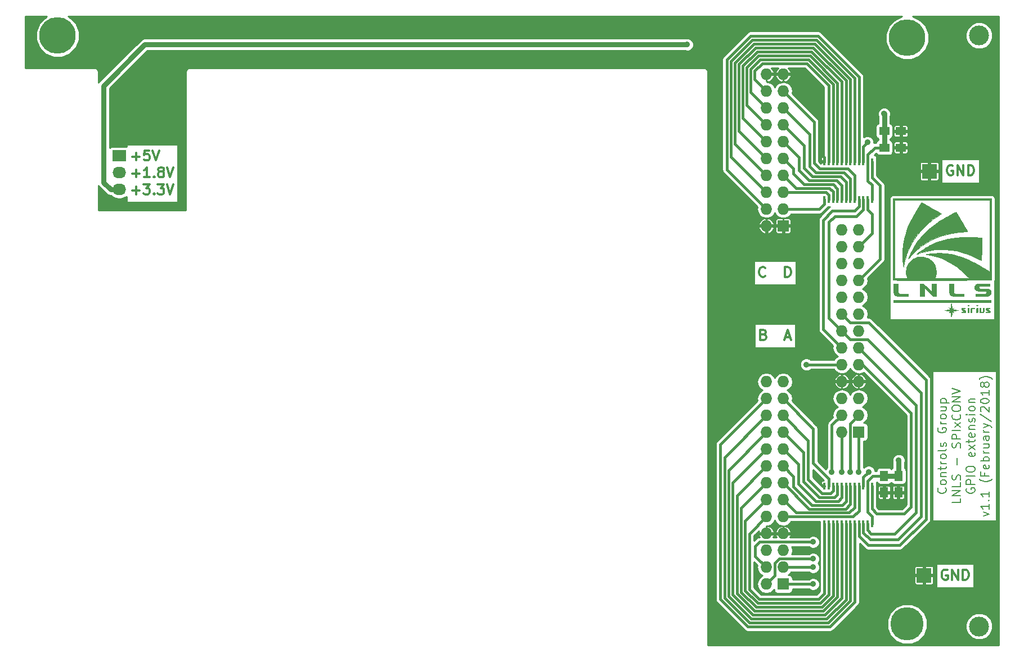
<source format=gtl>
G04 #@! TF.FileFunction,Copper,L1,Top,Signal*
%FSLAX46Y46*%
G04 Gerber Fmt 4.6, Leading zero omitted, Abs format (unit mm)*
G04 Created by KiCad (PCBNEW 4.0.5+dfsg1-4) date Mon Feb 19 09:44:50 2018*
%MOMM*%
%LPD*%
G01*
G04 APERTURE LIST*
%ADD10C,0.150000*%
%ADD11C,0.304800*%
%ADD12C,0.300000*%
%ADD13C,0.200000*%
%ADD14C,0.010000*%
%ADD15R,0.400000X1.100000*%
%ADD16R,2.032000X1.727200*%
%ADD17O,2.032000X1.727200*%
%ADD18R,2.235200X2.235200*%
%ADD19C,5.000000*%
%ADD20C,5.500000*%
%ADD21C,3.000000*%
%ADD22R,1.727200X1.727200*%
%ADD23O,1.727200X1.727200*%
%ADD24R,1.250000X1.500000*%
%ADD25R,1.500000X1.250000*%
%ADD26C,0.889000*%
%ADD27C,0.250000*%
%ADD28C,0.400000*%
%ADD29C,0.800000*%
G04 APERTURE END LIST*
D10*
D11*
X173794858Y-51764200D02*
X173649715Y-51691629D01*
X173432001Y-51691629D01*
X173214286Y-51764200D01*
X173069144Y-51909343D01*
X172996572Y-52054486D01*
X172924001Y-52344771D01*
X172924001Y-52562486D01*
X172996572Y-52852771D01*
X173069144Y-52997914D01*
X173214286Y-53143057D01*
X173432001Y-53215629D01*
X173577144Y-53215629D01*
X173794858Y-53143057D01*
X173867429Y-53070486D01*
X173867429Y-52562486D01*
X173577144Y-52562486D01*
X174520572Y-53215629D02*
X174520572Y-51691629D01*
X175391429Y-53215629D01*
X175391429Y-51691629D01*
X176117143Y-53215629D02*
X176117143Y-51691629D01*
X176480000Y-51691629D01*
X176697715Y-51764200D01*
X176842857Y-51909343D01*
X176915429Y-52054486D01*
X176988000Y-52344771D01*
X176988000Y-52562486D01*
X176915429Y-52852771D01*
X176842857Y-52997914D01*
X176697715Y-53143057D01*
X176480000Y-53215629D01*
X176117143Y-53215629D01*
X172994758Y-112698800D02*
X172849615Y-112626229D01*
X172631901Y-112626229D01*
X172414186Y-112698800D01*
X172269044Y-112843943D01*
X172196472Y-112989086D01*
X172123901Y-113279371D01*
X172123901Y-113497086D01*
X172196472Y-113787371D01*
X172269044Y-113932514D01*
X172414186Y-114077657D01*
X172631901Y-114150229D01*
X172777044Y-114150229D01*
X172994758Y-114077657D01*
X173067329Y-114005086D01*
X173067329Y-113497086D01*
X172777044Y-113497086D01*
X173720472Y-114150229D02*
X173720472Y-112626229D01*
X174591329Y-114150229D01*
X174591329Y-112626229D01*
X175317043Y-114150229D02*
X175317043Y-112626229D01*
X175679900Y-112626229D01*
X175897615Y-112698800D01*
X176042757Y-112843943D01*
X176115329Y-112989086D01*
X176187900Y-113279371D01*
X176187900Y-113497086D01*
X176115329Y-113787371D01*
X176042757Y-113932514D01*
X175897615Y-114077657D01*
X175679900Y-114150229D01*
X175317043Y-114150229D01*
X145602671Y-68386686D02*
X145530100Y-68459257D01*
X145312386Y-68531829D01*
X145167243Y-68531829D01*
X144949528Y-68459257D01*
X144804386Y-68314114D01*
X144731814Y-68168971D01*
X144659243Y-67878686D01*
X144659243Y-67660971D01*
X144731814Y-67370686D01*
X144804386Y-67225543D01*
X144949528Y-67080400D01*
X145167243Y-67007829D01*
X145312386Y-67007829D01*
X145530100Y-67080400D01*
X145602671Y-67152971D01*
X148578100Y-68531829D02*
X148578100Y-67007829D01*
X148940957Y-67007829D01*
X149158672Y-67080400D01*
X149303814Y-67225543D01*
X149376386Y-67370686D01*
X149448957Y-67660971D01*
X149448957Y-67878686D01*
X149376386Y-68168971D01*
X149303814Y-68314114D01*
X149158672Y-68459257D01*
X148940957Y-68531829D01*
X148578100Y-68531829D01*
X145348671Y-77207743D02*
X145566385Y-77280314D01*
X145638957Y-77352886D01*
X145711528Y-77498029D01*
X145711528Y-77715743D01*
X145638957Y-77860886D01*
X145566385Y-77933457D01*
X145421243Y-78006029D01*
X144840671Y-78006029D01*
X144840671Y-76482029D01*
X145348671Y-76482029D01*
X145493814Y-76554600D01*
X145566385Y-76627171D01*
X145638957Y-76772314D01*
X145638957Y-76917457D01*
X145566385Y-77062600D01*
X145493814Y-77135171D01*
X145348671Y-77207743D01*
X144840671Y-77207743D01*
X148614386Y-77570600D02*
X149340100Y-77570600D01*
X148469243Y-78006029D02*
X148977243Y-76482029D01*
X149485243Y-78006029D01*
D12*
X50317143Y-50397143D02*
X51460000Y-50397143D01*
X50888571Y-50968571D02*
X50888571Y-49825714D01*
X52888572Y-49468571D02*
X52174286Y-49468571D01*
X52102857Y-50182857D01*
X52174286Y-50111429D01*
X52317143Y-50040000D01*
X52674286Y-50040000D01*
X52817143Y-50111429D01*
X52888572Y-50182857D01*
X52960000Y-50325714D01*
X52960000Y-50682857D01*
X52888572Y-50825714D01*
X52817143Y-50897143D01*
X52674286Y-50968571D01*
X52317143Y-50968571D01*
X52174286Y-50897143D01*
X52102857Y-50825714D01*
X53388571Y-49468571D02*
X53888571Y-50968571D01*
X54388571Y-49468571D01*
X50317143Y-52947143D02*
X51460000Y-52947143D01*
X50888571Y-53518571D02*
X50888571Y-52375714D01*
X52960000Y-53518571D02*
X52102857Y-53518571D01*
X52531429Y-53518571D02*
X52531429Y-52018571D01*
X52388572Y-52232857D01*
X52245714Y-52375714D01*
X52102857Y-52447143D01*
X53602857Y-53375714D02*
X53674285Y-53447143D01*
X53602857Y-53518571D01*
X53531428Y-53447143D01*
X53602857Y-53375714D01*
X53602857Y-53518571D01*
X54531429Y-52661429D02*
X54388571Y-52590000D01*
X54317143Y-52518571D01*
X54245714Y-52375714D01*
X54245714Y-52304286D01*
X54317143Y-52161429D01*
X54388571Y-52090000D01*
X54531429Y-52018571D01*
X54817143Y-52018571D01*
X54960000Y-52090000D01*
X55031429Y-52161429D01*
X55102857Y-52304286D01*
X55102857Y-52375714D01*
X55031429Y-52518571D01*
X54960000Y-52590000D01*
X54817143Y-52661429D01*
X54531429Y-52661429D01*
X54388571Y-52732857D01*
X54317143Y-52804286D01*
X54245714Y-52947143D01*
X54245714Y-53232857D01*
X54317143Y-53375714D01*
X54388571Y-53447143D01*
X54531429Y-53518571D01*
X54817143Y-53518571D01*
X54960000Y-53447143D01*
X55031429Y-53375714D01*
X55102857Y-53232857D01*
X55102857Y-52947143D01*
X55031429Y-52804286D01*
X54960000Y-52732857D01*
X54817143Y-52661429D01*
X55531428Y-52018571D02*
X56031428Y-53518571D01*
X56531428Y-52018571D01*
X50317143Y-55497143D02*
X51460000Y-55497143D01*
X50888571Y-56068571D02*
X50888571Y-54925714D01*
X52031429Y-54568571D02*
X52960000Y-54568571D01*
X52460000Y-55140000D01*
X52674286Y-55140000D01*
X52817143Y-55211429D01*
X52888572Y-55282857D01*
X52960000Y-55425714D01*
X52960000Y-55782857D01*
X52888572Y-55925714D01*
X52817143Y-55997143D01*
X52674286Y-56068571D01*
X52245714Y-56068571D01*
X52102857Y-55997143D01*
X52031429Y-55925714D01*
X53602857Y-55925714D02*
X53674285Y-55997143D01*
X53602857Y-56068571D01*
X53531428Y-55997143D01*
X53602857Y-55925714D01*
X53602857Y-56068571D01*
X54174286Y-54568571D02*
X55102857Y-54568571D01*
X54602857Y-55140000D01*
X54817143Y-55140000D01*
X54960000Y-55211429D01*
X55031429Y-55282857D01*
X55102857Y-55425714D01*
X55102857Y-55782857D01*
X55031429Y-55925714D01*
X54960000Y-55997143D01*
X54817143Y-56068571D01*
X54388571Y-56068571D01*
X54245714Y-55997143D01*
X54174286Y-55925714D01*
X55531428Y-54568571D02*
X56031428Y-56068571D01*
X56531428Y-54568571D01*
D13*
X172703286Y-100305984D02*
X172765190Y-100367889D01*
X172827095Y-100553603D01*
X172827095Y-100677413D01*
X172765190Y-100863127D01*
X172641381Y-100986936D01*
X172517571Y-101048841D01*
X172269952Y-101110746D01*
X172084238Y-101110746D01*
X171836619Y-101048841D01*
X171712810Y-100986936D01*
X171589000Y-100863127D01*
X171527095Y-100677413D01*
X171527095Y-100553603D01*
X171589000Y-100367889D01*
X171650905Y-100305984D01*
X172827095Y-99563127D02*
X172765190Y-99686936D01*
X172703286Y-99748841D01*
X172579476Y-99810746D01*
X172208048Y-99810746D01*
X172084238Y-99748841D01*
X172022333Y-99686936D01*
X171960429Y-99563127D01*
X171960429Y-99377413D01*
X172022333Y-99253603D01*
X172084238Y-99191698D01*
X172208048Y-99129794D01*
X172579476Y-99129794D01*
X172703286Y-99191698D01*
X172765190Y-99253603D01*
X172827095Y-99377413D01*
X172827095Y-99563127D01*
X171960429Y-98572651D02*
X172827095Y-98572651D01*
X172084238Y-98572651D02*
X172022333Y-98510746D01*
X171960429Y-98386937D01*
X171960429Y-98201223D01*
X172022333Y-98077413D01*
X172146143Y-98015508D01*
X172827095Y-98015508D01*
X171960429Y-97582175D02*
X171960429Y-97086937D01*
X171527095Y-97396461D02*
X172641381Y-97396461D01*
X172765190Y-97334556D01*
X172827095Y-97210747D01*
X172827095Y-97086937D01*
X172827095Y-96653604D02*
X171960429Y-96653604D01*
X172208048Y-96653604D02*
X172084238Y-96591699D01*
X172022333Y-96529795D01*
X171960429Y-96405985D01*
X171960429Y-96282176D01*
X172827095Y-95663128D02*
X172765190Y-95786937D01*
X172703286Y-95848842D01*
X172579476Y-95910747D01*
X172208048Y-95910747D01*
X172084238Y-95848842D01*
X172022333Y-95786937D01*
X171960429Y-95663128D01*
X171960429Y-95477414D01*
X172022333Y-95353604D01*
X172084238Y-95291699D01*
X172208048Y-95229795D01*
X172579476Y-95229795D01*
X172703286Y-95291699D01*
X172765190Y-95353604D01*
X172827095Y-95477414D01*
X172827095Y-95663128D01*
X172827095Y-94486938D02*
X172765190Y-94610747D01*
X172641381Y-94672652D01*
X171527095Y-94672652D01*
X172765190Y-94053605D02*
X172827095Y-93929795D01*
X172827095Y-93682176D01*
X172765190Y-93558367D01*
X172641381Y-93496462D01*
X172579476Y-93496462D01*
X172455667Y-93558367D01*
X172393762Y-93682176D01*
X172393762Y-93867891D01*
X172331857Y-93991700D01*
X172208048Y-94053605D01*
X172146143Y-94053605D01*
X172022333Y-93991700D01*
X171960429Y-93867891D01*
X171960429Y-93682176D01*
X172022333Y-93558367D01*
X171589000Y-91267891D02*
X171527095Y-91391700D01*
X171527095Y-91577415D01*
X171589000Y-91763129D01*
X171712810Y-91886938D01*
X171836619Y-91948843D01*
X172084238Y-92010748D01*
X172269952Y-92010748D01*
X172517571Y-91948843D01*
X172641381Y-91886938D01*
X172765190Y-91763129D01*
X172827095Y-91577415D01*
X172827095Y-91453605D01*
X172765190Y-91267891D01*
X172703286Y-91205986D01*
X172269952Y-91205986D01*
X172269952Y-91453605D01*
X172827095Y-90648843D02*
X171960429Y-90648843D01*
X172208048Y-90648843D02*
X172084238Y-90586938D01*
X172022333Y-90525034D01*
X171960429Y-90401224D01*
X171960429Y-90277415D01*
X172827095Y-89658367D02*
X172765190Y-89782176D01*
X172703286Y-89844081D01*
X172579476Y-89905986D01*
X172208048Y-89905986D01*
X172084238Y-89844081D01*
X172022333Y-89782176D01*
X171960429Y-89658367D01*
X171960429Y-89472653D01*
X172022333Y-89348843D01*
X172084238Y-89286938D01*
X172208048Y-89225034D01*
X172579476Y-89225034D01*
X172703286Y-89286938D01*
X172765190Y-89348843D01*
X172827095Y-89472653D01*
X172827095Y-89658367D01*
X171960429Y-88110748D02*
X172827095Y-88110748D01*
X171960429Y-88667891D02*
X172641381Y-88667891D01*
X172765190Y-88605986D01*
X172827095Y-88482177D01*
X172827095Y-88296463D01*
X172765190Y-88172653D01*
X172703286Y-88110748D01*
X171960429Y-87491701D02*
X173260429Y-87491701D01*
X172022333Y-87491701D02*
X171960429Y-87367892D01*
X171960429Y-87120273D01*
X172022333Y-86996463D01*
X172084238Y-86934558D01*
X172208048Y-86872654D01*
X172579476Y-86872654D01*
X172703286Y-86934558D01*
X172765190Y-86996463D01*
X172827095Y-87120273D01*
X172827095Y-87367892D01*
X172765190Y-87491701D01*
X174977095Y-101884558D02*
X174977095Y-102503605D01*
X173677095Y-102503605D01*
X174977095Y-101451224D02*
X173677095Y-101451224D01*
X174977095Y-100708367D01*
X173677095Y-100708367D01*
X174977095Y-99470272D02*
X174977095Y-100089319D01*
X173677095Y-100089319D01*
X174915190Y-99098843D02*
X174977095Y-98913129D01*
X174977095Y-98603605D01*
X174915190Y-98479795D01*
X174853286Y-98417891D01*
X174729476Y-98355986D01*
X174605667Y-98355986D01*
X174481857Y-98417891D01*
X174419952Y-98479795D01*
X174358048Y-98603605D01*
X174296143Y-98851224D01*
X174234238Y-98975033D01*
X174172333Y-99036938D01*
X174048524Y-99098843D01*
X173924714Y-99098843D01*
X173800905Y-99036938D01*
X173739000Y-98975033D01*
X173677095Y-98851224D01*
X173677095Y-98541700D01*
X173739000Y-98355986D01*
X174481857Y-96808367D02*
X174481857Y-95817891D01*
X174915190Y-94270272D02*
X174977095Y-94084558D01*
X174977095Y-93775034D01*
X174915190Y-93651224D01*
X174853286Y-93589320D01*
X174729476Y-93527415D01*
X174605667Y-93527415D01*
X174481857Y-93589320D01*
X174419952Y-93651224D01*
X174358048Y-93775034D01*
X174296143Y-94022653D01*
X174234238Y-94146462D01*
X174172333Y-94208367D01*
X174048524Y-94270272D01*
X173924714Y-94270272D01*
X173800905Y-94208367D01*
X173739000Y-94146462D01*
X173677095Y-94022653D01*
X173677095Y-93713129D01*
X173739000Y-93527415D01*
X174977095Y-92970272D02*
X173677095Y-92970272D01*
X173677095Y-92475034D01*
X173739000Y-92351225D01*
X173800905Y-92289320D01*
X173924714Y-92227415D01*
X174110429Y-92227415D01*
X174234238Y-92289320D01*
X174296143Y-92351225D01*
X174358048Y-92475034D01*
X174358048Y-92970272D01*
X174977095Y-91670272D02*
X173677095Y-91670272D01*
X174977095Y-91175034D02*
X174110429Y-90494081D01*
X174110429Y-91175034D02*
X174977095Y-90494081D01*
X174853286Y-89255986D02*
X174915190Y-89317891D01*
X174977095Y-89503605D01*
X174977095Y-89627415D01*
X174915190Y-89813129D01*
X174791381Y-89936938D01*
X174667571Y-89998843D01*
X174419952Y-90060748D01*
X174234238Y-90060748D01*
X173986619Y-89998843D01*
X173862810Y-89936938D01*
X173739000Y-89813129D01*
X173677095Y-89627415D01*
X173677095Y-89503605D01*
X173739000Y-89317891D01*
X173800905Y-89255986D01*
X173677095Y-88451224D02*
X173677095Y-88203605D01*
X173739000Y-88079796D01*
X173862810Y-87955986D01*
X174110429Y-87894081D01*
X174543762Y-87894081D01*
X174791381Y-87955986D01*
X174915190Y-88079796D01*
X174977095Y-88203605D01*
X174977095Y-88451224D01*
X174915190Y-88575034D01*
X174791381Y-88698843D01*
X174543762Y-88760748D01*
X174110429Y-88760748D01*
X173862810Y-88698843D01*
X173739000Y-88575034D01*
X173677095Y-88451224D01*
X174977095Y-87336938D02*
X173677095Y-87336938D01*
X174977095Y-86594081D01*
X173677095Y-86594081D01*
X173677095Y-86160747D02*
X174977095Y-85727414D01*
X173677095Y-85294081D01*
X175889000Y-100398843D02*
X175827095Y-100522652D01*
X175827095Y-100708367D01*
X175889000Y-100894081D01*
X176012810Y-101017890D01*
X176136619Y-101079795D01*
X176384238Y-101141700D01*
X176569952Y-101141700D01*
X176817571Y-101079795D01*
X176941381Y-101017890D01*
X177065190Y-100894081D01*
X177127095Y-100708367D01*
X177127095Y-100584557D01*
X177065190Y-100398843D01*
X177003286Y-100336938D01*
X176569952Y-100336938D01*
X176569952Y-100584557D01*
X177127095Y-99779795D02*
X175827095Y-99779795D01*
X175827095Y-99284557D01*
X175889000Y-99160748D01*
X175950905Y-99098843D01*
X176074714Y-99036938D01*
X176260429Y-99036938D01*
X176384238Y-99098843D01*
X176446143Y-99160748D01*
X176508048Y-99284557D01*
X176508048Y-99779795D01*
X177127095Y-98479795D02*
X175827095Y-98479795D01*
X175827095Y-97613128D02*
X175827095Y-97365509D01*
X175889000Y-97241700D01*
X176012810Y-97117890D01*
X176260429Y-97055985D01*
X176693762Y-97055985D01*
X176941381Y-97117890D01*
X177065190Y-97241700D01*
X177127095Y-97365509D01*
X177127095Y-97613128D01*
X177065190Y-97736938D01*
X176941381Y-97860747D01*
X176693762Y-97922652D01*
X176260429Y-97922652D01*
X176012810Y-97860747D01*
X175889000Y-97736938D01*
X175827095Y-97613128D01*
X177065190Y-95013128D02*
X177127095Y-95136938D01*
X177127095Y-95384557D01*
X177065190Y-95508366D01*
X176941381Y-95570271D01*
X176446143Y-95570271D01*
X176322333Y-95508366D01*
X176260429Y-95384557D01*
X176260429Y-95136938D01*
X176322333Y-95013128D01*
X176446143Y-94951223D01*
X176569952Y-94951223D01*
X176693762Y-95570271D01*
X177127095Y-94517890D02*
X176260429Y-93836937D01*
X176260429Y-94517890D02*
X177127095Y-93836937D01*
X176260429Y-93527413D02*
X176260429Y-93032175D01*
X175827095Y-93341699D02*
X176941381Y-93341699D01*
X177065190Y-93279794D01*
X177127095Y-93155985D01*
X177127095Y-93032175D01*
X177065190Y-92103604D02*
X177127095Y-92227414D01*
X177127095Y-92475033D01*
X177065190Y-92598842D01*
X176941381Y-92660747D01*
X176446143Y-92660747D01*
X176322333Y-92598842D01*
X176260429Y-92475033D01*
X176260429Y-92227414D01*
X176322333Y-92103604D01*
X176446143Y-92041699D01*
X176569952Y-92041699D01*
X176693762Y-92660747D01*
X176260429Y-91484556D02*
X177127095Y-91484556D01*
X176384238Y-91484556D02*
X176322333Y-91422651D01*
X176260429Y-91298842D01*
X176260429Y-91113128D01*
X176322333Y-90989318D01*
X176446143Y-90927413D01*
X177127095Y-90927413D01*
X177065190Y-90370271D02*
X177127095Y-90246461D01*
X177127095Y-89998842D01*
X177065190Y-89875033D01*
X176941381Y-89813128D01*
X176879476Y-89813128D01*
X176755667Y-89875033D01*
X176693762Y-89998842D01*
X176693762Y-90184557D01*
X176631857Y-90308366D01*
X176508048Y-90370271D01*
X176446143Y-90370271D01*
X176322333Y-90308366D01*
X176260429Y-90184557D01*
X176260429Y-89998842D01*
X176322333Y-89875033D01*
X177127095Y-89255985D02*
X176260429Y-89255985D01*
X175827095Y-89255985D02*
X175889000Y-89317890D01*
X175950905Y-89255985D01*
X175889000Y-89194080D01*
X175827095Y-89255985D01*
X175950905Y-89255985D01*
X177127095Y-88451223D02*
X177065190Y-88575032D01*
X177003286Y-88636937D01*
X176879476Y-88698842D01*
X176508048Y-88698842D01*
X176384238Y-88636937D01*
X176322333Y-88575032D01*
X176260429Y-88451223D01*
X176260429Y-88265509D01*
X176322333Y-88141699D01*
X176384238Y-88079794D01*
X176508048Y-88017890D01*
X176879476Y-88017890D01*
X177003286Y-88079794D01*
X177065190Y-88141699D01*
X177127095Y-88265509D01*
X177127095Y-88451223D01*
X176260429Y-87460747D02*
X177127095Y-87460747D01*
X176384238Y-87460747D02*
X176322333Y-87398842D01*
X176260429Y-87275033D01*
X176260429Y-87089319D01*
X176322333Y-86965509D01*
X176446143Y-86903604D01*
X177127095Y-86903604D01*
X178410429Y-104546461D02*
X179277095Y-104236937D01*
X178410429Y-103927413D01*
X179277095Y-102751223D02*
X179277095Y-103494080D01*
X179277095Y-103122651D02*
X177977095Y-103122651D01*
X178162810Y-103246461D01*
X178286619Y-103370270D01*
X178348524Y-103494080D01*
X179153286Y-102194080D02*
X179215190Y-102132175D01*
X179277095Y-102194080D01*
X179215190Y-102255985D01*
X179153286Y-102194080D01*
X179277095Y-102194080D01*
X179277095Y-100894080D02*
X179277095Y-101636937D01*
X179277095Y-101265508D02*
X177977095Y-101265508D01*
X178162810Y-101389318D01*
X178286619Y-101513127D01*
X178348524Y-101636937D01*
X179772333Y-98975033D02*
X179710429Y-99036937D01*
X179524714Y-99160747D01*
X179400905Y-99222652D01*
X179215190Y-99284556D01*
X178905667Y-99346461D01*
X178658048Y-99346461D01*
X178348524Y-99284556D01*
X178162810Y-99222652D01*
X178039000Y-99160747D01*
X177853286Y-99036937D01*
X177791381Y-98975033D01*
X178596143Y-98046461D02*
X178596143Y-98479794D01*
X179277095Y-98479794D02*
X177977095Y-98479794D01*
X177977095Y-97860747D01*
X179215190Y-96870270D02*
X179277095Y-96994080D01*
X179277095Y-97241699D01*
X179215190Y-97365508D01*
X179091381Y-97427413D01*
X178596143Y-97427413D01*
X178472333Y-97365508D01*
X178410429Y-97241699D01*
X178410429Y-96994080D01*
X178472333Y-96870270D01*
X178596143Y-96808365D01*
X178719952Y-96808365D01*
X178843762Y-97427413D01*
X179277095Y-96251222D02*
X177977095Y-96251222D01*
X178472333Y-96251222D02*
X178410429Y-96127413D01*
X178410429Y-95879794D01*
X178472333Y-95755984D01*
X178534238Y-95694079D01*
X178658048Y-95632175D01*
X179029476Y-95632175D01*
X179153286Y-95694079D01*
X179215190Y-95755984D01*
X179277095Y-95879794D01*
X179277095Y-96127413D01*
X179215190Y-96251222D01*
X179277095Y-95075032D02*
X178410429Y-95075032D01*
X178658048Y-95075032D02*
X178534238Y-95013127D01*
X178472333Y-94951223D01*
X178410429Y-94827413D01*
X178410429Y-94703604D01*
X178410429Y-93713127D02*
X179277095Y-93713127D01*
X178410429Y-94270270D02*
X179091381Y-94270270D01*
X179215190Y-94208365D01*
X179277095Y-94084556D01*
X179277095Y-93898842D01*
X179215190Y-93775032D01*
X179153286Y-93713127D01*
X179277095Y-92536937D02*
X178596143Y-92536937D01*
X178472333Y-92598842D01*
X178410429Y-92722652D01*
X178410429Y-92970271D01*
X178472333Y-93094080D01*
X179215190Y-92536937D02*
X179277095Y-92660747D01*
X179277095Y-92970271D01*
X179215190Y-93094080D01*
X179091381Y-93155985D01*
X178967571Y-93155985D01*
X178843762Y-93094080D01*
X178781857Y-92970271D01*
X178781857Y-92660747D01*
X178719952Y-92536937D01*
X179277095Y-91917890D02*
X178410429Y-91917890D01*
X178658048Y-91917890D02*
X178534238Y-91855985D01*
X178472333Y-91794081D01*
X178410429Y-91670271D01*
X178410429Y-91546462D01*
X178410429Y-91236938D02*
X179277095Y-90927414D01*
X178410429Y-90617890D02*
X179277095Y-90927414D01*
X179586619Y-91051223D01*
X179648524Y-91113128D01*
X179710429Y-91236938D01*
X177915190Y-89194081D02*
X179586619Y-90308366D01*
X178100905Y-88822652D02*
X178039000Y-88760747D01*
X177977095Y-88636938D01*
X177977095Y-88327414D01*
X178039000Y-88203604D01*
X178100905Y-88141700D01*
X178224714Y-88079795D01*
X178348524Y-88079795D01*
X178534238Y-88141700D01*
X179277095Y-88884557D01*
X179277095Y-88079795D01*
X177977095Y-87275033D02*
X177977095Y-87151224D01*
X178039000Y-87027414D01*
X178100905Y-86965509D01*
X178224714Y-86903605D01*
X178472333Y-86841700D01*
X178781857Y-86841700D01*
X179029476Y-86903605D01*
X179153286Y-86965509D01*
X179215190Y-87027414D01*
X179277095Y-87151224D01*
X179277095Y-87275033D01*
X179215190Y-87398843D01*
X179153286Y-87460747D01*
X179029476Y-87522652D01*
X178781857Y-87584557D01*
X178472333Y-87584557D01*
X178224714Y-87522652D01*
X178100905Y-87460747D01*
X178039000Y-87398843D01*
X177977095Y-87275033D01*
X179277095Y-85603605D02*
X179277095Y-86346462D01*
X179277095Y-85975033D02*
X177977095Y-85975033D01*
X178162810Y-86098843D01*
X178286619Y-86222652D01*
X178348524Y-86346462D01*
X178534238Y-84860748D02*
X178472333Y-84984557D01*
X178410429Y-85046462D01*
X178286619Y-85108367D01*
X178224714Y-85108367D01*
X178100905Y-85046462D01*
X178039000Y-84984557D01*
X177977095Y-84860748D01*
X177977095Y-84613129D01*
X178039000Y-84489319D01*
X178100905Y-84427415D01*
X178224714Y-84365510D01*
X178286619Y-84365510D01*
X178410429Y-84427415D01*
X178472333Y-84489319D01*
X178534238Y-84613129D01*
X178534238Y-84860748D01*
X178596143Y-84984557D01*
X178658048Y-85046462D01*
X178781857Y-85108367D01*
X179029476Y-85108367D01*
X179153286Y-85046462D01*
X179215190Y-84984557D01*
X179277095Y-84860748D01*
X179277095Y-84613129D01*
X179215190Y-84489319D01*
X179153286Y-84427415D01*
X179029476Y-84365510D01*
X178781857Y-84365510D01*
X178658048Y-84427415D01*
X178596143Y-84489319D01*
X178534238Y-84613129D01*
X179772333Y-83932177D02*
X179710429Y-83870272D01*
X179524714Y-83746462D01*
X179400905Y-83684558D01*
X179215190Y-83622653D01*
X178905667Y-83560748D01*
X178658048Y-83560748D01*
X178348524Y-83622653D01*
X178162810Y-83684558D01*
X178039000Y-83746462D01*
X177853286Y-83870272D01*
X177791381Y-83932177D01*
D14*
G36*
X173595287Y-72575095D02*
X173600937Y-72595788D01*
X173618860Y-72686507D01*
X173638997Y-72825423D01*
X173657056Y-72982852D01*
X173657423Y-72986557D01*
X173673664Y-73130452D01*
X173690204Y-73243388D01*
X173703737Y-73303175D01*
X173704941Y-73305623D01*
X173742517Y-73304259D01*
X173808803Y-73258141D01*
X173817584Y-73250110D01*
X173898171Y-73191716D01*
X173937132Y-73193580D01*
X173924749Y-73244614D01*
X173872231Y-73312453D01*
X173817563Y-73383899D01*
X173803479Y-73431378D01*
X173805706Y-73434801D01*
X173853047Y-73448756D01*
X173960177Y-73466052D01*
X174108961Y-73484042D01*
X174212912Y-73494268D01*
X174420872Y-73514013D01*
X174554016Y-73529746D01*
X174615486Y-73542952D01*
X174608427Y-73555110D01*
X174535981Y-73567705D01*
X174401292Y-73582217D01*
X174399769Y-73582365D01*
X174226103Y-73599739D01*
X174052010Y-73618064D01*
X173937260Y-73630849D01*
X173748289Y-73652864D01*
X173856257Y-73765559D01*
X173923237Y-73851392D01*
X173936054Y-73901123D01*
X173900727Y-73903912D01*
X173823272Y-73848921D01*
X173814481Y-73840805D01*
X173761580Y-73795208D01*
X173725411Y-73783149D01*
X173701076Y-73814453D01*
X173683677Y-73898945D01*
X173668317Y-74046449D01*
X173659473Y-74151755D01*
X173637980Y-74337287D01*
X173610105Y-74453032D01*
X173576891Y-74496125D01*
X173543419Y-74470630D01*
X173528841Y-74414702D01*
X173512498Y-74302441D01*
X173497397Y-74155522D01*
X173494139Y-74115532D01*
X173478231Y-73946515D01*
X173459552Y-73847262D01*
X173433852Y-73809398D01*
X173396880Y-73824548D01*
X173364231Y-73859530D01*
X173307821Y-73908654D01*
X173281292Y-73918146D01*
X173247907Y-73892523D01*
X173259649Y-73831116D01*
X173310358Y-73757112D01*
X173328885Y-73738923D01*
X173410769Y-73664818D01*
X173319115Y-73639069D01*
X173225294Y-73622447D01*
X173093862Y-73610141D01*
X173032077Y-73607173D01*
X172877188Y-73596825D01*
X172723865Y-73578283D01*
X172680385Y-73570815D01*
X172603355Y-73554768D01*
X172579454Y-73543448D01*
X172615742Y-73533381D01*
X172719276Y-73521092D01*
X172797615Y-73513115D01*
X172966889Y-73495485D01*
X173132507Y-73477232D01*
X173241617Y-73464372D01*
X173412081Y-73443118D01*
X173303082Y-73329347D01*
X173236384Y-73244019D01*
X173222127Y-73193192D01*
X173254981Y-73188083D01*
X173329616Y-73239911D01*
X173340724Y-73250110D01*
X173408596Y-73300802D01*
X173450525Y-73308260D01*
X173452672Y-73305623D01*
X173465984Y-73252517D01*
X173482520Y-73145565D01*
X173497441Y-73019376D01*
X173515416Y-72861264D01*
X173534964Y-72713171D01*
X173548210Y-72628607D01*
X173565407Y-72541192D01*
X173578121Y-72525209D01*
X173595287Y-72575095D01*
X173595287Y-72575095D01*
G37*
X173595287Y-72575095D02*
X173600937Y-72595788D01*
X173618860Y-72686507D01*
X173638997Y-72825423D01*
X173657056Y-72982852D01*
X173657423Y-72986557D01*
X173673664Y-73130452D01*
X173690204Y-73243388D01*
X173703737Y-73303175D01*
X173704941Y-73305623D01*
X173742517Y-73304259D01*
X173808803Y-73258141D01*
X173817584Y-73250110D01*
X173898171Y-73191716D01*
X173937132Y-73193580D01*
X173924749Y-73244614D01*
X173872231Y-73312453D01*
X173817563Y-73383899D01*
X173803479Y-73431378D01*
X173805706Y-73434801D01*
X173853047Y-73448756D01*
X173960177Y-73466052D01*
X174108961Y-73484042D01*
X174212912Y-73494268D01*
X174420872Y-73514013D01*
X174554016Y-73529746D01*
X174615486Y-73542952D01*
X174608427Y-73555110D01*
X174535981Y-73567705D01*
X174401292Y-73582217D01*
X174399769Y-73582365D01*
X174226103Y-73599739D01*
X174052010Y-73618064D01*
X173937260Y-73630849D01*
X173748289Y-73652864D01*
X173856257Y-73765559D01*
X173923237Y-73851392D01*
X173936054Y-73901123D01*
X173900727Y-73903912D01*
X173823272Y-73848921D01*
X173814481Y-73840805D01*
X173761580Y-73795208D01*
X173725411Y-73783149D01*
X173701076Y-73814453D01*
X173683677Y-73898945D01*
X173668317Y-74046449D01*
X173659473Y-74151755D01*
X173637980Y-74337287D01*
X173610105Y-74453032D01*
X173576891Y-74496125D01*
X173543419Y-74470630D01*
X173528841Y-74414702D01*
X173512498Y-74302441D01*
X173497397Y-74155522D01*
X173494139Y-74115532D01*
X173478231Y-73946515D01*
X173459552Y-73847262D01*
X173433852Y-73809398D01*
X173396880Y-73824548D01*
X173364231Y-73859530D01*
X173307821Y-73908654D01*
X173281292Y-73918146D01*
X173247907Y-73892523D01*
X173259649Y-73831116D01*
X173310358Y-73757112D01*
X173328885Y-73738923D01*
X173410769Y-73664818D01*
X173319115Y-73639069D01*
X173225294Y-73622447D01*
X173093862Y-73610141D01*
X173032077Y-73607173D01*
X172877188Y-73596825D01*
X172723865Y-73578283D01*
X172680385Y-73570815D01*
X172603355Y-73554768D01*
X172579454Y-73543448D01*
X172615742Y-73533381D01*
X172719276Y-73521092D01*
X172797615Y-73513115D01*
X172966889Y-73495485D01*
X173132507Y-73477232D01*
X173241617Y-73464372D01*
X173412081Y-73443118D01*
X173303082Y-73329347D01*
X173236384Y-73244019D01*
X173222127Y-73193192D01*
X173254981Y-73188083D01*
X173329616Y-73239911D01*
X173340724Y-73250110D01*
X173408596Y-73300802D01*
X173450525Y-73308260D01*
X173452672Y-73305623D01*
X173465984Y-73252517D01*
X173482520Y-73145565D01*
X173497441Y-73019376D01*
X173515416Y-72861264D01*
X173534964Y-72713171D01*
X173548210Y-72628607D01*
X173565407Y-72541192D01*
X173578121Y-72525209D01*
X173595287Y-72575095D01*
G36*
X175558469Y-73178274D02*
X175632775Y-73189748D01*
X175664010Y-73215664D01*
X175669769Y-73253838D01*
X175660826Y-73298236D01*
X175621871Y-73321841D01*
X175534714Y-73330998D01*
X175445077Y-73332205D01*
X175220385Y-73332419D01*
X175484154Y-73490678D01*
X175627533Y-73582837D01*
X175710813Y-73653701D01*
X175745277Y-73713793D01*
X175747923Y-73736649D01*
X175733315Y-73822641D01*
X175681265Y-73877564D01*
X175579436Y-73907325D01*
X175415491Y-73917831D01*
X175368877Y-73918146D01*
X175221445Y-73916201D01*
X175135734Y-73907373D01*
X175095346Y-73887169D01*
X175083884Y-73851097D01*
X175083615Y-73839992D01*
X175091882Y-73797012D01*
X175128387Y-73773339D01*
X175210692Y-73763316D01*
X175327846Y-73761307D01*
X175572077Y-73760777D01*
X175327846Y-73616015D01*
X175195678Y-73532451D01*
X175120366Y-73468332D01*
X175088084Y-73409752D01*
X175083615Y-73370360D01*
X175099143Y-73273887D01*
X175154111Y-73214088D01*
X175261101Y-73183760D01*
X175423585Y-73175684D01*
X175558469Y-73178274D01*
X175558469Y-73178274D01*
G37*
X175558469Y-73178274D02*
X175632775Y-73189748D01*
X175664010Y-73215664D01*
X175669769Y-73253838D01*
X175660826Y-73298236D01*
X175621871Y-73321841D01*
X175534714Y-73330998D01*
X175445077Y-73332205D01*
X175220385Y-73332419D01*
X175484154Y-73490678D01*
X175627533Y-73582837D01*
X175710813Y-73653701D01*
X175745277Y-73713793D01*
X175747923Y-73736649D01*
X175733315Y-73822641D01*
X175681265Y-73877564D01*
X175579436Y-73907325D01*
X175415491Y-73917831D01*
X175368877Y-73918146D01*
X175221445Y-73916201D01*
X175135734Y-73907373D01*
X175095346Y-73887169D01*
X175083884Y-73851097D01*
X175083615Y-73839992D01*
X175091882Y-73797012D01*
X175128387Y-73773339D01*
X175210692Y-73763316D01*
X175327846Y-73761307D01*
X175572077Y-73760777D01*
X175327846Y-73616015D01*
X175195678Y-73532451D01*
X175120366Y-73468332D01*
X175088084Y-73409752D01*
X175083615Y-73370360D01*
X175099143Y-73273887D01*
X175154111Y-73214088D01*
X175261101Y-73183760D01*
X175423585Y-73175684D01*
X175558469Y-73178274D01*
G36*
X176164411Y-73178262D02*
X176192954Y-73195755D01*
X176208635Y-73242804D01*
X176215307Y-73334046D01*
X176216821Y-73484121D01*
X176216846Y-73546915D01*
X176216168Y-73718893D01*
X176211564Y-73827356D01*
X176199183Y-73886944D01*
X176175172Y-73912296D01*
X176135678Y-73918052D01*
X176119154Y-73918146D01*
X176073896Y-73915568D01*
X176045353Y-73898074D01*
X176029672Y-73851026D01*
X176023001Y-73759784D01*
X176021486Y-73609709D01*
X176021461Y-73546915D01*
X176022140Y-73374937D01*
X176026743Y-73266474D01*
X176039124Y-73206886D01*
X176063136Y-73181533D01*
X176102629Y-73175778D01*
X176119154Y-73175684D01*
X176164411Y-73178262D01*
X176164411Y-73178262D01*
G37*
X176164411Y-73178262D02*
X176192954Y-73195755D01*
X176208635Y-73242804D01*
X176215307Y-73334046D01*
X176216821Y-73484121D01*
X176216846Y-73546915D01*
X176216168Y-73718893D01*
X176211564Y-73827356D01*
X176199183Y-73886944D01*
X176175172Y-73912296D01*
X176135678Y-73918052D01*
X176119154Y-73918146D01*
X176073896Y-73915568D01*
X176045353Y-73898074D01*
X176029672Y-73851026D01*
X176023001Y-73759784D01*
X176021486Y-73609709D01*
X176021461Y-73546915D01*
X176022140Y-73374937D01*
X176026743Y-73266474D01*
X176039124Y-73206886D01*
X176063136Y-73181533D01*
X176102629Y-73175778D01*
X176119154Y-73175684D01*
X176164411Y-73178262D01*
G36*
X176965238Y-73178274D02*
X177039545Y-73189748D01*
X177070779Y-73215664D01*
X177076538Y-73253838D01*
X177067210Y-73299003D01*
X177026876Y-73322531D01*
X176937016Y-73331158D01*
X176861615Y-73331992D01*
X176646692Y-73331992D01*
X176646692Y-73625069D01*
X176644846Y-73774915D01*
X176636429Y-73862836D01*
X176617122Y-73905028D01*
X176582607Y-73917686D01*
X176568538Y-73918146D01*
X176530171Y-73911832D01*
X176506907Y-73882588D01*
X176495023Y-73814960D01*
X176490796Y-73693496D01*
X176490385Y-73593807D01*
X176496283Y-73412662D01*
X176512900Y-73284226D01*
X176537277Y-73222576D01*
X176600803Y-73197008D01*
X176717700Y-73180191D01*
X176830354Y-73175684D01*
X176965238Y-73178274D01*
X176965238Y-73178274D01*
G37*
X176965238Y-73178274D02*
X177039545Y-73189748D01*
X177070779Y-73215664D01*
X177076538Y-73253838D01*
X177067210Y-73299003D01*
X177026876Y-73322531D01*
X176937016Y-73331158D01*
X176861615Y-73331992D01*
X176646692Y-73331992D01*
X176646692Y-73625069D01*
X176644846Y-73774915D01*
X176636429Y-73862836D01*
X176617122Y-73905028D01*
X176582607Y-73917686D01*
X176568538Y-73918146D01*
X176530171Y-73911832D01*
X176506907Y-73882588D01*
X176495023Y-73814960D01*
X176490796Y-73693496D01*
X176490385Y-73593807D01*
X176496283Y-73412662D01*
X176512900Y-73284226D01*
X176537277Y-73222576D01*
X176600803Y-73197008D01*
X176717700Y-73180191D01*
X176830354Y-73175684D01*
X176965238Y-73178274D01*
G36*
X177493026Y-73178262D02*
X177521569Y-73195755D01*
X177537251Y-73242804D01*
X177543922Y-73334046D01*
X177545437Y-73484121D01*
X177545461Y-73546915D01*
X177544783Y-73718893D01*
X177540179Y-73827356D01*
X177527798Y-73886944D01*
X177503787Y-73912296D01*
X177464294Y-73918052D01*
X177447769Y-73918146D01*
X177402512Y-73915568D01*
X177373969Y-73898074D01*
X177358288Y-73851026D01*
X177351616Y-73759784D01*
X177350102Y-73609709D01*
X177350077Y-73546915D01*
X177350755Y-73374937D01*
X177355359Y-73266474D01*
X177367740Y-73206886D01*
X177391751Y-73181533D01*
X177431244Y-73175778D01*
X177447769Y-73175684D01*
X177493026Y-73178262D01*
X177493026Y-73178262D01*
G37*
X177493026Y-73178262D02*
X177521569Y-73195755D01*
X177537251Y-73242804D01*
X177543922Y-73334046D01*
X177545437Y-73484121D01*
X177545461Y-73546915D01*
X177544783Y-73718893D01*
X177540179Y-73827356D01*
X177527798Y-73886944D01*
X177503787Y-73912296D01*
X177464294Y-73918052D01*
X177447769Y-73918146D01*
X177402512Y-73915568D01*
X177373969Y-73898074D01*
X177358288Y-73851026D01*
X177351616Y-73759784D01*
X177350102Y-73609709D01*
X177350077Y-73546915D01*
X177350755Y-73374937D01*
X177355359Y-73266474D01*
X177367740Y-73206886D01*
X177391751Y-73181533D01*
X177431244Y-73175778D01*
X177447769Y-73175684D01*
X177493026Y-73178262D01*
G36*
X178443521Y-73181998D02*
X178466785Y-73211242D01*
X178478669Y-73278870D01*
X178482896Y-73400333D01*
X178483308Y-73500023D01*
X178477409Y-73681168D01*
X178460792Y-73809604D01*
X178436415Y-73871253D01*
X178377323Y-73893401D01*
X178267520Y-73909159D01*
X178133108Y-73917608D01*
X178000189Y-73917826D01*
X177894863Y-73908896D01*
X177845051Y-73892094D01*
X177833392Y-73843706D01*
X177824429Y-73736589D01*
X177819523Y-73590156D01*
X177819000Y-73520864D01*
X177820352Y-73355617D01*
X177826676Y-73253502D01*
X177841367Y-73199511D01*
X177867824Y-73178636D01*
X177897154Y-73175684D01*
X177937113Y-73182606D01*
X177960558Y-73214170D01*
X177971810Y-73286571D01*
X177975185Y-73416005D01*
X177975308Y-73468761D01*
X177975308Y-73761838D01*
X178327000Y-73761838D01*
X178327000Y-73468761D01*
X178328846Y-73318914D01*
X178337263Y-73230993D01*
X178356570Y-73188802D01*
X178391086Y-73176144D01*
X178405154Y-73175684D01*
X178443521Y-73181998D01*
X178443521Y-73181998D01*
G37*
X178443521Y-73181998D02*
X178466785Y-73211242D01*
X178478669Y-73278870D01*
X178482896Y-73400333D01*
X178483308Y-73500023D01*
X178477409Y-73681168D01*
X178460792Y-73809604D01*
X178436415Y-73871253D01*
X178377323Y-73893401D01*
X178267520Y-73909159D01*
X178133108Y-73917608D01*
X178000189Y-73917826D01*
X177894863Y-73908896D01*
X177845051Y-73892094D01*
X177833392Y-73843706D01*
X177824429Y-73736589D01*
X177819523Y-73590156D01*
X177819000Y-73520864D01*
X177820352Y-73355617D01*
X177826676Y-73253502D01*
X177841367Y-73199511D01*
X177867824Y-73178636D01*
X177897154Y-73175684D01*
X177937113Y-73182606D01*
X177960558Y-73214170D01*
X177971810Y-73286571D01*
X177975185Y-73416005D01*
X177975308Y-73468761D01*
X177975308Y-73761838D01*
X178327000Y-73761838D01*
X178327000Y-73468761D01*
X178328846Y-73318914D01*
X178337263Y-73230993D01*
X178356570Y-73188802D01*
X178391086Y-73176144D01*
X178405154Y-73175684D01*
X178443521Y-73181998D01*
G36*
X179231700Y-73178274D02*
X179306006Y-73189748D01*
X179337240Y-73215664D01*
X179343000Y-73253838D01*
X179334057Y-73298236D01*
X179295102Y-73321841D01*
X179207945Y-73330998D01*
X179118308Y-73332205D01*
X178893615Y-73332419D01*
X179157385Y-73490678D01*
X179300764Y-73582837D01*
X179384044Y-73653701D01*
X179418508Y-73713793D01*
X179421154Y-73736649D01*
X179406545Y-73822641D01*
X179354495Y-73877564D01*
X179252667Y-73907325D01*
X179088722Y-73917831D01*
X179042108Y-73918146D01*
X178894676Y-73916201D01*
X178808964Y-73907373D01*
X178768576Y-73887169D01*
X178757115Y-73851097D01*
X178756846Y-73839992D01*
X178765112Y-73797012D01*
X178801618Y-73773339D01*
X178883923Y-73763316D01*
X179001077Y-73761307D01*
X179245308Y-73760777D01*
X179001077Y-73616015D01*
X178868909Y-73532451D01*
X178793597Y-73468332D01*
X178761315Y-73409752D01*
X178756846Y-73370360D01*
X178772373Y-73273887D01*
X178827342Y-73214088D01*
X178934332Y-73183760D01*
X179096815Y-73175684D01*
X179231700Y-73178274D01*
X179231700Y-73178274D01*
G37*
X179231700Y-73178274D02*
X179306006Y-73189748D01*
X179337240Y-73215664D01*
X179343000Y-73253838D01*
X179334057Y-73298236D01*
X179295102Y-73321841D01*
X179207945Y-73330998D01*
X179118308Y-73332205D01*
X178893615Y-73332419D01*
X179157385Y-73490678D01*
X179300764Y-73582837D01*
X179384044Y-73653701D01*
X179418508Y-73713793D01*
X179421154Y-73736649D01*
X179406545Y-73822641D01*
X179354495Y-73877564D01*
X179252667Y-73907325D01*
X179088722Y-73917831D01*
X179042108Y-73918146D01*
X178894676Y-73916201D01*
X178808964Y-73907373D01*
X178768576Y-73887169D01*
X178757115Y-73851097D01*
X178756846Y-73839992D01*
X178765112Y-73797012D01*
X178801618Y-73773339D01*
X178883923Y-73763316D01*
X179001077Y-73761307D01*
X179245308Y-73760777D01*
X179001077Y-73616015D01*
X178868909Y-73532451D01*
X178793597Y-73468332D01*
X178761315Y-73409752D01*
X178756846Y-73370360D01*
X178772373Y-73273887D01*
X178827342Y-73214088D01*
X178934332Y-73183760D01*
X179096815Y-73175684D01*
X179231700Y-73178274D01*
G36*
X173207923Y-73117069D02*
X173188385Y-73136607D01*
X173168846Y-73117069D01*
X173188385Y-73097530D01*
X173207923Y-73117069D01*
X173207923Y-73117069D01*
G37*
X173207923Y-73117069D02*
X173188385Y-73136607D01*
X173168846Y-73117069D01*
X173188385Y-73097530D01*
X173207923Y-73117069D01*
G36*
X176195760Y-72764155D02*
X176216846Y-72823992D01*
X176193950Y-72885277D01*
X176119154Y-72902146D01*
X176042547Y-72883829D01*
X176021461Y-72823992D01*
X176044358Y-72762706D01*
X176119154Y-72745838D01*
X176195760Y-72764155D01*
X176195760Y-72764155D01*
G37*
X176195760Y-72764155D02*
X176216846Y-72823992D01*
X176193950Y-72885277D01*
X176119154Y-72902146D01*
X176042547Y-72883829D01*
X176021461Y-72823992D01*
X176044358Y-72762706D01*
X176119154Y-72745838D01*
X176195760Y-72764155D01*
G36*
X177524376Y-72764155D02*
X177545461Y-72823992D01*
X177522565Y-72885277D01*
X177447769Y-72902146D01*
X177371162Y-72883829D01*
X177350077Y-72823992D01*
X177372973Y-72762706D01*
X177447769Y-72745838D01*
X177524376Y-72764155D01*
X177524376Y-72764155D01*
G37*
X177524376Y-72764155D02*
X177545461Y-72823992D01*
X177522565Y-72885277D01*
X177447769Y-72902146D01*
X177371162Y-72883829D01*
X177350077Y-72823992D01*
X177372973Y-72762706D01*
X177447769Y-72745838D01*
X177524376Y-72764155D01*
G36*
X179538385Y-72355069D02*
X164884538Y-72355069D01*
X164884538Y-72042453D01*
X179538385Y-72042453D01*
X179538385Y-72355069D01*
X179538385Y-72355069D01*
G37*
X179538385Y-72355069D02*
X164884538Y-72355069D01*
X164884538Y-72042453D01*
X179538385Y-72042453D01*
X179538385Y-72355069D01*
G36*
X165548846Y-70207614D02*
X165548575Y-70487533D01*
X165554148Y-70698966D01*
X165575144Y-70851493D01*
X165621142Y-70954694D01*
X165701723Y-71018148D01*
X165826465Y-71051435D01*
X166004948Y-71064133D01*
X166246752Y-71065823D01*
X166406762Y-71065530D01*
X167072846Y-71065530D01*
X167072846Y-71417223D01*
X166240972Y-71417223D01*
X165963105Y-71416782D01*
X165751390Y-71414761D01*
X165593830Y-71410111D01*
X165478424Y-71401783D01*
X165393174Y-71388730D01*
X165326081Y-71369902D01*
X165265145Y-71344252D01*
X165234741Y-71329300D01*
X165085519Y-71227341D01*
X164981068Y-71083670D01*
X164972461Y-71067020D01*
X164940227Y-70997545D01*
X164916966Y-70927352D01*
X164901230Y-70842454D01*
X164891574Y-70728870D01*
X164886551Y-70572615D01*
X164884715Y-70359705D01*
X164884538Y-70217096D01*
X164884538Y-69541530D01*
X165548846Y-69541530D01*
X165548846Y-70207614D01*
X165548846Y-70207614D01*
G37*
X165548846Y-70207614D02*
X165548575Y-70487533D01*
X165554148Y-70698966D01*
X165575144Y-70851493D01*
X165621142Y-70954694D01*
X165701723Y-71018148D01*
X165826465Y-71051435D01*
X166004948Y-71064133D01*
X166246752Y-71065823D01*
X166406762Y-71065530D01*
X167072846Y-71065530D01*
X167072846Y-71417223D01*
X166240972Y-71417223D01*
X165963105Y-71416782D01*
X165751390Y-71414761D01*
X165593830Y-71410111D01*
X165478424Y-71401783D01*
X165393174Y-71388730D01*
X165326081Y-71369902D01*
X165265145Y-71344252D01*
X165234741Y-71329300D01*
X165085519Y-71227341D01*
X164981068Y-71083670D01*
X164972461Y-71067020D01*
X164940227Y-70997545D01*
X164916966Y-70927352D01*
X164901230Y-70842454D01*
X164891574Y-70728870D01*
X164886551Y-70572615D01*
X164884715Y-70359705D01*
X164884538Y-70217096D01*
X164884538Y-69541530D01*
X165548846Y-69541530D01*
X165548846Y-70207614D01*
G36*
X171332231Y-71417223D02*
X170766478Y-71417223D01*
X170131047Y-70782667D01*
X169495615Y-70148111D01*
X169495615Y-71417223D01*
X168870385Y-71417223D01*
X168870385Y-69541530D01*
X169134154Y-69542416D01*
X169397923Y-69543303D01*
X170667923Y-70760127D01*
X170667923Y-69541530D01*
X171332231Y-69541530D01*
X171332231Y-71417223D01*
X171332231Y-71417223D01*
G37*
X171332231Y-71417223D02*
X170766478Y-71417223D01*
X170131047Y-70782667D01*
X169495615Y-70148111D01*
X169495615Y-71417223D01*
X168870385Y-71417223D01*
X168870385Y-69541530D01*
X169134154Y-69542416D01*
X169397923Y-69543303D01*
X170667923Y-70760127D01*
X170667923Y-69541530D01*
X171332231Y-69541530D01*
X171332231Y-71417223D01*
G36*
X173911308Y-70207614D02*
X173911667Y-70450449D01*
X173913798Y-70627673D01*
X173919279Y-70751831D01*
X173929689Y-70835467D01*
X173946607Y-70891123D01*
X173971612Y-70931344D01*
X174006284Y-70968674D01*
X174007224Y-70969614D01*
X174044636Y-71004531D01*
X174084646Y-71029744D01*
X174139798Y-71046834D01*
X174222635Y-71057378D01*
X174345702Y-71062956D01*
X174521541Y-71065147D01*
X174762696Y-71065530D01*
X175435308Y-71065530D01*
X175435308Y-71417223D01*
X174603434Y-71417223D01*
X174325566Y-71416782D01*
X174113852Y-71414761D01*
X173956291Y-71410111D01*
X173840886Y-71401783D01*
X173755636Y-71388730D01*
X173688542Y-71369902D01*
X173627607Y-71344252D01*
X173597203Y-71329300D01*
X173447981Y-71227341D01*
X173343529Y-71083670D01*
X173334923Y-71067020D01*
X173302689Y-70997545D01*
X173279427Y-70927352D01*
X173263692Y-70842454D01*
X173254036Y-70728870D01*
X173249013Y-70572615D01*
X173247176Y-70359705D01*
X173247000Y-70217096D01*
X173247000Y-69541530D01*
X173911308Y-69541530D01*
X173911308Y-70207614D01*
X173911308Y-70207614D01*
G37*
X173911308Y-70207614D02*
X173911667Y-70450449D01*
X173913798Y-70627673D01*
X173919279Y-70751831D01*
X173929689Y-70835467D01*
X173946607Y-70891123D01*
X173971612Y-70931344D01*
X174006284Y-70968674D01*
X174007224Y-70969614D01*
X174044636Y-71004531D01*
X174084646Y-71029744D01*
X174139798Y-71046834D01*
X174222635Y-71057378D01*
X174345702Y-71062956D01*
X174521541Y-71065147D01*
X174762696Y-71065530D01*
X175435308Y-71065530D01*
X175435308Y-71417223D01*
X174603434Y-71417223D01*
X174325566Y-71416782D01*
X174113852Y-71414761D01*
X173956291Y-71410111D01*
X173840886Y-71401783D01*
X173755636Y-71388730D01*
X173688542Y-71369902D01*
X173627607Y-71344252D01*
X173597203Y-71329300D01*
X173447981Y-71227341D01*
X173343529Y-71083670D01*
X173334923Y-71067020D01*
X173302689Y-70997545D01*
X173279427Y-70927352D01*
X173263692Y-70842454D01*
X173254036Y-70728870D01*
X173249013Y-70572615D01*
X173247176Y-70359705D01*
X173247000Y-70217096D01*
X173247000Y-69541530D01*
X173911308Y-69541530D01*
X173911308Y-70207614D01*
G36*
X179382077Y-69893223D02*
X177820802Y-69893223D01*
X177758508Y-69988294D01*
X177723442Y-70099662D01*
X177760325Y-70201032D01*
X177863087Y-70277841D01*
X177882535Y-70285862D01*
X177955185Y-70298972D01*
X178089443Y-70310078D01*
X178268770Y-70318286D01*
X178476629Y-70322703D01*
X178573775Y-70323215D01*
X178807338Y-70324318D01*
X178977130Y-70328541D01*
X179097517Y-70337454D01*
X179182864Y-70352629D01*
X179247540Y-70375635D01*
X179296505Y-70402224D01*
X179428880Y-70525342D01*
X179509549Y-70689298D01*
X179534122Y-70872728D01*
X179498208Y-71054267D01*
X179449682Y-71147675D01*
X179392585Y-71226731D01*
X179332662Y-71288654D01*
X179259969Y-71335524D01*
X179164561Y-71369421D01*
X179036493Y-71392422D01*
X178865823Y-71406609D01*
X178642604Y-71414060D01*
X178356893Y-71416855D01*
X178160923Y-71417162D01*
X177232846Y-71417223D01*
X177232846Y-71065530D01*
X177988790Y-71065530D01*
X178252521Y-71064921D01*
X178449186Y-71062450D01*
X178589866Y-71057152D01*
X178685643Y-71048062D01*
X178747599Y-71034215D01*
X178786816Y-71014647D01*
X178809405Y-70994069D01*
X178867508Y-70884133D01*
X178855101Y-70775254D01*
X178787228Y-70696515D01*
X178737730Y-70672408D01*
X178661062Y-70655315D01*
X178545211Y-70644201D01*
X178378161Y-70638028D01*
X178147899Y-70635762D01*
X178081903Y-70635684D01*
X177810027Y-70633282D01*
X177604023Y-70623920D01*
X177451699Y-70604369D01*
X177340862Y-70571397D01*
X177259318Y-70521773D01*
X177194876Y-70452266D01*
X177153110Y-70389556D01*
X177091707Y-70224572D01*
X177080104Y-70035559D01*
X177118466Y-69857076D01*
X177150225Y-69792403D01*
X177199871Y-69719456D01*
X177255941Y-69662115D01*
X177327981Y-69618521D01*
X177425540Y-69586818D01*
X177558166Y-69565150D01*
X177735406Y-69551660D01*
X177966808Y-69544492D01*
X178261921Y-69541788D01*
X178440367Y-69541530D01*
X179382077Y-69541530D01*
X179382077Y-69893223D01*
X179382077Y-69893223D01*
G37*
X179382077Y-69893223D02*
X177820802Y-69893223D01*
X177758508Y-69988294D01*
X177723442Y-70099662D01*
X177760325Y-70201032D01*
X177863087Y-70277841D01*
X177882535Y-70285862D01*
X177955185Y-70298972D01*
X178089443Y-70310078D01*
X178268770Y-70318286D01*
X178476629Y-70322703D01*
X178573775Y-70323215D01*
X178807338Y-70324318D01*
X178977130Y-70328541D01*
X179097517Y-70337454D01*
X179182864Y-70352629D01*
X179247540Y-70375635D01*
X179296505Y-70402224D01*
X179428880Y-70525342D01*
X179509549Y-70689298D01*
X179534122Y-70872728D01*
X179498208Y-71054267D01*
X179449682Y-71147675D01*
X179392585Y-71226731D01*
X179332662Y-71288654D01*
X179259969Y-71335524D01*
X179164561Y-71369421D01*
X179036493Y-71392422D01*
X178865823Y-71406609D01*
X178642604Y-71414060D01*
X178356893Y-71416855D01*
X178160923Y-71417162D01*
X177232846Y-71417223D01*
X177232846Y-71065530D01*
X177988790Y-71065530D01*
X178252521Y-71064921D01*
X178449186Y-71062450D01*
X178589866Y-71057152D01*
X178685643Y-71048062D01*
X178747599Y-71034215D01*
X178786816Y-71014647D01*
X178809405Y-70994069D01*
X178867508Y-70884133D01*
X178855101Y-70775254D01*
X178787228Y-70696515D01*
X178737730Y-70672408D01*
X178661062Y-70655315D01*
X178545211Y-70644201D01*
X178378161Y-70638028D01*
X178147899Y-70635762D01*
X178081903Y-70635684D01*
X177810027Y-70633282D01*
X177604023Y-70623920D01*
X177451699Y-70604369D01*
X177340862Y-70571397D01*
X177259318Y-70521773D01*
X177194876Y-70452266D01*
X177153110Y-70389556D01*
X177091707Y-70224572D01*
X177080104Y-70035559D01*
X177118466Y-69857076D01*
X177150225Y-69792403D01*
X177199871Y-69719456D01*
X177255941Y-69662115D01*
X177327981Y-69618521D01*
X177425540Y-69586818D01*
X177558166Y-69565150D01*
X177735406Y-69551660D01*
X177966808Y-69544492D01*
X178261921Y-69541788D01*
X178440367Y-69541530D01*
X179382077Y-69541530D01*
X179382077Y-69893223D01*
G36*
X179636077Y-69013992D02*
X172220043Y-69023862D01*
X171294127Y-69025003D01*
X170443554Y-69025849D01*
X169665515Y-69026386D01*
X168957201Y-69026598D01*
X168315800Y-69026470D01*
X167738504Y-69025989D01*
X167222504Y-69025139D01*
X166764988Y-69023905D01*
X166363147Y-69022273D01*
X166014173Y-69020228D01*
X165715254Y-69017755D01*
X165463581Y-69014839D01*
X165256345Y-69011466D01*
X165090735Y-69007620D01*
X164963942Y-69003288D01*
X164873157Y-68998454D01*
X164815569Y-68993103D01*
X164788368Y-68987221D01*
X164785392Y-68984785D01*
X164783368Y-68940851D01*
X164781532Y-68822991D01*
X164779889Y-68635430D01*
X164778445Y-68382396D01*
X164777206Y-68068115D01*
X164776178Y-67696813D01*
X164775367Y-67272719D01*
X164774778Y-66800057D01*
X164774418Y-66283056D01*
X164774292Y-65725942D01*
X164774407Y-65132940D01*
X164774767Y-64508279D01*
X164775380Y-63856185D01*
X164776251Y-63180884D01*
X164776810Y-62820300D01*
X164786429Y-56958761D01*
X165040846Y-56958761D01*
X165040846Y-68759992D01*
X165998231Y-68759992D01*
X166262461Y-68759558D01*
X166498754Y-68758339D01*
X166696541Y-68756458D01*
X166845251Y-68754037D01*
X166934317Y-68751200D01*
X166955615Y-68748868D01*
X166943289Y-68709364D01*
X166911126Y-68617261D01*
X166870499Y-68504637D01*
X166806734Y-68261154D01*
X166770409Y-67972909D01*
X166762255Y-67668588D01*
X166783003Y-67376877D01*
X166833384Y-67126463D01*
X166835221Y-67120349D01*
X166991515Y-66732398D01*
X167208180Y-66386141D01*
X167477667Y-66087274D01*
X167792426Y-65841495D01*
X168144908Y-65654500D01*
X168527563Y-65531985D01*
X168932842Y-65479648D01*
X169011589Y-65478108D01*
X169326178Y-65493054D01*
X169602321Y-65544544D01*
X169874257Y-65640403D01*
X170023154Y-65709289D01*
X170386615Y-65929515D01*
X170695293Y-66201401D01*
X170945322Y-66517826D01*
X171132841Y-66871670D01*
X171253984Y-67255811D01*
X171304888Y-67663129D01*
X171287882Y-68040216D01*
X171258279Y-68220182D01*
X171216782Y-68401474D01*
X171174394Y-68538957D01*
X171132317Y-68651269D01*
X171104492Y-68728625D01*
X171097789Y-68750223D01*
X171135794Y-68751885D01*
X171245546Y-68753459D01*
X171420637Y-68754919D01*
X171654659Y-68756242D01*
X171941205Y-68757404D01*
X172273867Y-68758380D01*
X172646237Y-68759147D01*
X173051909Y-68759681D01*
X173484475Y-68759958D01*
X173702783Y-68759992D01*
X176307797Y-68759992D01*
X175822706Y-68268058D01*
X175142478Y-67623327D01*
X174447749Y-67054652D01*
X173736605Y-66560957D01*
X173007132Y-66141164D01*
X172257417Y-65794197D01*
X171485545Y-65518977D01*
X170689603Y-65314428D01*
X170511615Y-65278906D01*
X170293315Y-65236916D01*
X170099437Y-65198459D01*
X169944103Y-65166428D01*
X169841437Y-65143718D01*
X169808231Y-65134826D01*
X169806018Y-65117526D01*
X169873047Y-65096130D01*
X170000587Y-65071875D01*
X170179909Y-65045996D01*
X170402281Y-65019731D01*
X170658974Y-64994316D01*
X170941257Y-64970986D01*
X170991044Y-64967325D01*
X171838564Y-64944411D01*
X172697554Y-64995825D01*
X173560990Y-65119956D01*
X174421850Y-65315198D01*
X175273110Y-65579943D01*
X176107748Y-65912581D01*
X176918740Y-66311506D01*
X176960365Y-66334160D01*
X177131041Y-66428871D01*
X177353508Y-66554384D01*
X177612228Y-66701817D01*
X177891662Y-66862286D01*
X178176274Y-67026909D01*
X178393432Y-67153399D01*
X178639117Y-67296552D01*
X178862571Y-67425884D01*
X179054997Y-67536374D01*
X179207598Y-67622999D01*
X179311576Y-67680738D01*
X179358136Y-67704569D01*
X179359528Y-67704915D01*
X179362220Y-67666582D01*
X179364819Y-67554556D01*
X179367308Y-67373300D01*
X179369669Y-67127274D01*
X179371881Y-66820942D01*
X179373927Y-66458763D01*
X179375788Y-66045199D01*
X179377444Y-65584713D01*
X179378878Y-65081766D01*
X179380071Y-64540819D01*
X179381004Y-63966333D01*
X179381657Y-63362772D01*
X179382014Y-62734595D01*
X179382077Y-62331838D01*
X179382077Y-56958761D01*
X165040846Y-56958761D01*
X164786429Y-56958761D01*
X164786846Y-56704761D01*
X179636077Y-56704761D01*
X179636077Y-69013992D01*
X179636077Y-69013992D01*
G37*
X179636077Y-69013992D02*
X172220043Y-69023862D01*
X171294127Y-69025003D01*
X170443554Y-69025849D01*
X169665515Y-69026386D01*
X168957201Y-69026598D01*
X168315800Y-69026470D01*
X167738504Y-69025989D01*
X167222504Y-69025139D01*
X166764988Y-69023905D01*
X166363147Y-69022273D01*
X166014173Y-69020228D01*
X165715254Y-69017755D01*
X165463581Y-69014839D01*
X165256345Y-69011466D01*
X165090735Y-69007620D01*
X164963942Y-69003288D01*
X164873157Y-68998454D01*
X164815569Y-68993103D01*
X164788368Y-68987221D01*
X164785392Y-68984785D01*
X164783368Y-68940851D01*
X164781532Y-68822991D01*
X164779889Y-68635430D01*
X164778445Y-68382396D01*
X164777206Y-68068115D01*
X164776178Y-67696813D01*
X164775367Y-67272719D01*
X164774778Y-66800057D01*
X164774418Y-66283056D01*
X164774292Y-65725942D01*
X164774407Y-65132940D01*
X164774767Y-64508279D01*
X164775380Y-63856185D01*
X164776251Y-63180884D01*
X164776810Y-62820300D01*
X164786429Y-56958761D01*
X165040846Y-56958761D01*
X165040846Y-68759992D01*
X165998231Y-68759992D01*
X166262461Y-68759558D01*
X166498754Y-68758339D01*
X166696541Y-68756458D01*
X166845251Y-68754037D01*
X166934317Y-68751200D01*
X166955615Y-68748868D01*
X166943289Y-68709364D01*
X166911126Y-68617261D01*
X166870499Y-68504637D01*
X166806734Y-68261154D01*
X166770409Y-67972909D01*
X166762255Y-67668588D01*
X166783003Y-67376877D01*
X166833384Y-67126463D01*
X166835221Y-67120349D01*
X166991515Y-66732398D01*
X167208180Y-66386141D01*
X167477667Y-66087274D01*
X167792426Y-65841495D01*
X168144908Y-65654500D01*
X168527563Y-65531985D01*
X168932842Y-65479648D01*
X169011589Y-65478108D01*
X169326178Y-65493054D01*
X169602321Y-65544544D01*
X169874257Y-65640403D01*
X170023154Y-65709289D01*
X170386615Y-65929515D01*
X170695293Y-66201401D01*
X170945322Y-66517826D01*
X171132841Y-66871670D01*
X171253984Y-67255811D01*
X171304888Y-67663129D01*
X171287882Y-68040216D01*
X171258279Y-68220182D01*
X171216782Y-68401474D01*
X171174394Y-68538957D01*
X171132317Y-68651269D01*
X171104492Y-68728625D01*
X171097789Y-68750223D01*
X171135794Y-68751885D01*
X171245546Y-68753459D01*
X171420637Y-68754919D01*
X171654659Y-68756242D01*
X171941205Y-68757404D01*
X172273867Y-68758380D01*
X172646237Y-68759147D01*
X173051909Y-68759681D01*
X173484475Y-68759958D01*
X173702783Y-68759992D01*
X176307797Y-68759992D01*
X175822706Y-68268058D01*
X175142478Y-67623327D01*
X174447749Y-67054652D01*
X173736605Y-66560957D01*
X173007132Y-66141164D01*
X172257417Y-65794197D01*
X171485545Y-65518977D01*
X170689603Y-65314428D01*
X170511615Y-65278906D01*
X170293315Y-65236916D01*
X170099437Y-65198459D01*
X169944103Y-65166428D01*
X169841437Y-65143718D01*
X169808231Y-65134826D01*
X169806018Y-65117526D01*
X169873047Y-65096130D01*
X170000587Y-65071875D01*
X170179909Y-65045996D01*
X170402281Y-65019731D01*
X170658974Y-64994316D01*
X170941257Y-64970986D01*
X170991044Y-64967325D01*
X171838564Y-64944411D01*
X172697554Y-64995825D01*
X173560990Y-65119956D01*
X174421850Y-65315198D01*
X175273110Y-65579943D01*
X176107748Y-65912581D01*
X176918740Y-66311506D01*
X176960365Y-66334160D01*
X177131041Y-66428871D01*
X177353508Y-66554384D01*
X177612228Y-66701817D01*
X177891662Y-66862286D01*
X178176274Y-67026909D01*
X178393432Y-67153399D01*
X178639117Y-67296552D01*
X178862571Y-67425884D01*
X179054997Y-67536374D01*
X179207598Y-67622999D01*
X179311576Y-67680738D01*
X179358136Y-67704569D01*
X179359528Y-67704915D01*
X179362220Y-67666582D01*
X179364819Y-67554556D01*
X179367308Y-67373300D01*
X179369669Y-67127274D01*
X179371881Y-66820942D01*
X179373927Y-66458763D01*
X179375788Y-66045199D01*
X179377444Y-65584713D01*
X179378878Y-65081766D01*
X179380071Y-64540819D01*
X179381004Y-63966333D01*
X179381657Y-63362772D01*
X179382014Y-62734595D01*
X179382077Y-62331838D01*
X179382077Y-56958761D01*
X165040846Y-56958761D01*
X164786429Y-56958761D01*
X164786846Y-56704761D01*
X179636077Y-56704761D01*
X179636077Y-69013992D01*
G36*
X169201153Y-57347097D02*
X169272733Y-57389302D01*
X169402063Y-57464468D01*
X169579034Y-57566791D01*
X169793535Y-57690464D01*
X170035457Y-57829680D01*
X170294689Y-57978635D01*
X170561122Y-58131521D01*
X170824646Y-58282533D01*
X171075150Y-58425865D01*
X171302525Y-58555709D01*
X171496661Y-58666260D01*
X171615472Y-58733644D01*
X171775897Y-58826222D01*
X171908066Y-58905984D01*
X171998913Y-58964793D01*
X172035371Y-58994508D01*
X172035549Y-58995306D01*
X172005102Y-59025042D01*
X171921771Y-59089273D01*
X171797650Y-59179068D01*
X171644833Y-59285494D01*
X171615538Y-59305504D01*
X170844531Y-59857527D01*
X170146878Y-60414617D01*
X169517779Y-60981916D01*
X168952435Y-61564568D01*
X168446046Y-62167717D01*
X167993812Y-62796504D01*
X167590934Y-63456075D01*
X167387386Y-63836300D01*
X167172126Y-64279150D01*
X166992790Y-64698558D01*
X166841940Y-65116424D01*
X166712139Y-65554647D01*
X166595948Y-66035126D01*
X166525444Y-66374168D01*
X166471140Y-66642754D01*
X166428947Y-66836542D01*
X166398263Y-66957845D01*
X166378487Y-67008977D01*
X166369017Y-66992252D01*
X166368222Y-66978735D01*
X166362327Y-66926975D01*
X166347434Y-66816236D01*
X166326057Y-66664841D01*
X166309705Y-66552146D01*
X166288064Y-66372880D01*
X166266743Y-66140334D01*
X166247670Y-65879365D01*
X166232776Y-65614830D01*
X166227796Y-65497069D01*
X166233475Y-64599229D01*
X166316959Y-63704495D01*
X166477918Y-62814159D01*
X166716024Y-61929516D01*
X167030947Y-61051859D01*
X167422360Y-60182481D01*
X167723765Y-59611471D01*
X167821807Y-59438016D01*
X167950410Y-59213257D01*
X168100353Y-58953159D01*
X168262410Y-58673687D01*
X168427360Y-58390806D01*
X168541006Y-58196927D01*
X169082537Y-57275365D01*
X169201153Y-57347097D01*
X169201153Y-57347097D01*
G37*
X169201153Y-57347097D02*
X169272733Y-57389302D01*
X169402063Y-57464468D01*
X169579034Y-57566791D01*
X169793535Y-57690464D01*
X170035457Y-57829680D01*
X170294689Y-57978635D01*
X170561122Y-58131521D01*
X170824646Y-58282533D01*
X171075150Y-58425865D01*
X171302525Y-58555709D01*
X171496661Y-58666260D01*
X171615472Y-58733644D01*
X171775897Y-58826222D01*
X171908066Y-58905984D01*
X171998913Y-58964793D01*
X172035371Y-58994508D01*
X172035549Y-58995306D01*
X172005102Y-59025042D01*
X171921771Y-59089273D01*
X171797650Y-59179068D01*
X171644833Y-59285494D01*
X171615538Y-59305504D01*
X170844531Y-59857527D01*
X170146878Y-60414617D01*
X169517779Y-60981916D01*
X168952435Y-61564568D01*
X168446046Y-62167717D01*
X167993812Y-62796504D01*
X167590934Y-63456075D01*
X167387386Y-63836300D01*
X167172126Y-64279150D01*
X166992790Y-64698558D01*
X166841940Y-65116424D01*
X166712139Y-65554647D01*
X166595948Y-66035126D01*
X166525444Y-66374168D01*
X166471140Y-66642754D01*
X166428947Y-66836542D01*
X166398263Y-66957845D01*
X166378487Y-67008977D01*
X166369017Y-66992252D01*
X166368222Y-66978735D01*
X166362327Y-66926975D01*
X166347434Y-66816236D01*
X166326057Y-66664841D01*
X166309705Y-66552146D01*
X166288064Y-66372880D01*
X166266743Y-66140334D01*
X166247670Y-65879365D01*
X166232776Y-65614830D01*
X166227796Y-65497069D01*
X166233475Y-64599229D01*
X166316959Y-63704495D01*
X166477918Y-62814159D01*
X166716024Y-61929516D01*
X167030947Y-61051859D01*
X167422360Y-60182481D01*
X167723765Y-59611471D01*
X167821807Y-59438016D01*
X167950410Y-59213257D01*
X168100353Y-58953159D01*
X168262410Y-58673687D01*
X168427360Y-58390806D01*
X168541006Y-58196927D01*
X169082537Y-57275365D01*
X169201153Y-57347097D01*
G36*
X176735447Y-62561634D02*
X176944065Y-62566086D01*
X178131615Y-62594815D01*
X178131615Y-64309711D01*
X178130970Y-64667179D01*
X178129125Y-64999257D01*
X178126214Y-65298069D01*
X178122373Y-65555739D01*
X178117737Y-65764390D01*
X178112440Y-65916145D01*
X178106617Y-66003127D01*
X178102308Y-66021258D01*
X178057968Y-66003315D01*
X177958489Y-65956840D01*
X177818371Y-65888771D01*
X177652116Y-65806049D01*
X177643154Y-65801540D01*
X176793649Y-65402177D01*
X175965848Y-65071633D01*
X175150088Y-64807141D01*
X174336708Y-64605936D01*
X173516044Y-64465253D01*
X172686981Y-64382880D01*
X171888547Y-64363183D01*
X171105176Y-64411002D01*
X170326285Y-64527886D01*
X169541288Y-64715382D01*
X168809679Y-64949756D01*
X168646248Y-65005673D01*
X168508975Y-65048015D01*
X168415102Y-65071734D01*
X168383900Y-65074394D01*
X168388091Y-65045936D01*
X168450555Y-64983046D01*
X168562617Y-64891613D01*
X168715601Y-64777525D01*
X168900830Y-64646671D01*
X169109629Y-64504940D01*
X169333322Y-64358220D01*
X169563231Y-64212400D01*
X169790683Y-64073370D01*
X170007000Y-63947016D01*
X170203506Y-63839229D01*
X170204502Y-63838705D01*
X170767536Y-63560316D01*
X171328407Y-63319599D01*
X171895431Y-63114985D01*
X172476923Y-62944902D01*
X173081202Y-62807781D01*
X173716582Y-62702051D01*
X174391380Y-62626142D01*
X175113913Y-62578483D01*
X175892497Y-62557504D01*
X176735447Y-62561634D01*
X176735447Y-62561634D01*
G37*
X176735447Y-62561634D02*
X176944065Y-62566086D01*
X178131615Y-62594815D01*
X178131615Y-64309711D01*
X178130970Y-64667179D01*
X178129125Y-64999257D01*
X178126214Y-65298069D01*
X178122373Y-65555739D01*
X178117737Y-65764390D01*
X178112440Y-65916145D01*
X178106617Y-66003127D01*
X178102308Y-66021258D01*
X178057968Y-66003315D01*
X177958489Y-65956840D01*
X177818371Y-65888771D01*
X177652116Y-65806049D01*
X177643154Y-65801540D01*
X176793649Y-65402177D01*
X175965848Y-65071633D01*
X175150088Y-64807141D01*
X174336708Y-64605936D01*
X173516044Y-64465253D01*
X172686981Y-64382880D01*
X171888547Y-64363183D01*
X171105176Y-64411002D01*
X170326285Y-64527886D01*
X169541288Y-64715382D01*
X168809679Y-64949756D01*
X168646248Y-65005673D01*
X168508975Y-65048015D01*
X168415102Y-65071734D01*
X168383900Y-65074394D01*
X168388091Y-65045936D01*
X168450555Y-64983046D01*
X168562617Y-64891613D01*
X168715601Y-64777525D01*
X168900830Y-64646671D01*
X169109629Y-64504940D01*
X169333322Y-64358220D01*
X169563231Y-64212400D01*
X169790683Y-64073370D01*
X170007000Y-63947016D01*
X170203506Y-63839229D01*
X170204502Y-63838705D01*
X170767536Y-63560316D01*
X171328407Y-63319599D01*
X171895431Y-63114985D01*
X172476923Y-62944902D01*
X173081202Y-62807781D01*
X173716582Y-62702051D01*
X174391380Y-62626142D01*
X175113913Y-62578483D01*
X175892497Y-62557504D01*
X176735447Y-62561634D01*
G36*
X174398159Y-58883941D02*
X174447689Y-58966166D01*
X174526921Y-59100441D01*
X174630903Y-59278177D01*
X174754683Y-59490785D01*
X174893311Y-59729677D01*
X175041833Y-59986262D01*
X175195299Y-60251952D01*
X175348756Y-60518158D01*
X175497254Y-60776291D01*
X175635841Y-61017761D01*
X175759564Y-61233979D01*
X175863472Y-61416357D01*
X175942614Y-61556305D01*
X175992038Y-61645234D01*
X176006995Y-61674619D01*
X175968043Y-61680050D01*
X175863456Y-61690883D01*
X175705479Y-61705951D01*
X175506353Y-61724087D01*
X175278424Y-61744113D01*
X174700228Y-61800048D01*
X174185120Y-61863184D01*
X173718184Y-61935835D01*
X173284506Y-62020314D01*
X172879485Y-62116271D01*
X171995322Y-62375723D01*
X171169974Y-62683871D01*
X170399129Y-63043336D01*
X169678476Y-63456737D01*
X169003705Y-63926695D01*
X168370502Y-64455828D01*
X167774558Y-65046757D01*
X167444222Y-65418915D01*
X167309032Y-65578240D01*
X167216510Y-65686412D01*
X167158592Y-65751727D01*
X167127209Y-65782478D01*
X167114297Y-65786961D01*
X167111789Y-65773470D01*
X167111923Y-65760631D01*
X167127611Y-65701719D01*
X167170499Y-65586650D01*
X167234326Y-65429898D01*
X167312830Y-65245933D01*
X167399747Y-65049227D01*
X167488815Y-64854252D01*
X167573773Y-64675480D01*
X167631806Y-64559223D01*
X168018884Y-63864464D01*
X168439847Y-63225308D01*
X168909014Y-62621691D01*
X169416838Y-62058300D01*
X169732642Y-61738950D01*
X170042897Y-61445298D01*
X170357283Y-61170195D01*
X170685479Y-60906491D01*
X171037165Y-60647037D01*
X171422019Y-60384685D01*
X171849722Y-60112284D01*
X172329952Y-59822686D01*
X172856231Y-59517948D01*
X173076810Y-59392663D01*
X173308545Y-59261817D01*
X173538337Y-59132731D01*
X173753088Y-59012724D01*
X173939696Y-58909114D01*
X174085063Y-58829223D01*
X174176089Y-58780369D01*
X174178297Y-58779225D01*
X174295713Y-58718507D01*
X174398159Y-58883941D01*
X174398159Y-58883941D01*
G37*
X174398159Y-58883941D02*
X174447689Y-58966166D01*
X174526921Y-59100441D01*
X174630903Y-59278177D01*
X174754683Y-59490785D01*
X174893311Y-59729677D01*
X175041833Y-59986262D01*
X175195299Y-60251952D01*
X175348756Y-60518158D01*
X175497254Y-60776291D01*
X175635841Y-61017761D01*
X175759564Y-61233979D01*
X175863472Y-61416357D01*
X175942614Y-61556305D01*
X175992038Y-61645234D01*
X176006995Y-61674619D01*
X175968043Y-61680050D01*
X175863456Y-61690883D01*
X175705479Y-61705951D01*
X175506353Y-61724087D01*
X175278424Y-61744113D01*
X174700228Y-61800048D01*
X174185120Y-61863184D01*
X173718184Y-61935835D01*
X173284506Y-62020314D01*
X172879485Y-62116271D01*
X171995322Y-62375723D01*
X171169974Y-62683871D01*
X170399129Y-63043336D01*
X169678476Y-63456737D01*
X169003705Y-63926695D01*
X168370502Y-64455828D01*
X167774558Y-65046757D01*
X167444222Y-65418915D01*
X167309032Y-65578240D01*
X167216510Y-65686412D01*
X167158592Y-65751727D01*
X167127209Y-65782478D01*
X167114297Y-65786961D01*
X167111789Y-65773470D01*
X167111923Y-65760631D01*
X167127611Y-65701719D01*
X167170499Y-65586650D01*
X167234326Y-65429898D01*
X167312830Y-65245933D01*
X167399747Y-65049227D01*
X167488815Y-64854252D01*
X167573773Y-64675480D01*
X167631806Y-64559223D01*
X168018884Y-63864464D01*
X168439847Y-63225308D01*
X168909014Y-62621691D01*
X169416838Y-62058300D01*
X169732642Y-61738950D01*
X170042897Y-61445298D01*
X170357283Y-61170195D01*
X170685479Y-60906491D01*
X171037165Y-60647037D01*
X171422019Y-60384685D01*
X171849722Y-60112284D01*
X172329952Y-59822686D01*
X172856231Y-59517948D01*
X173076810Y-59392663D01*
X173308545Y-59261817D01*
X173538337Y-59132731D01*
X173753088Y-59012724D01*
X173939696Y-58909114D01*
X174085063Y-58829223D01*
X174176089Y-58780369D01*
X174178297Y-58779225D01*
X174295713Y-58718507D01*
X174398159Y-58883941D01*
D15*
X161640000Y-51187500D03*
X160990000Y-51187500D03*
X160340000Y-51187500D03*
X159690000Y-51187500D03*
X159040000Y-51187500D03*
X158390000Y-51187500D03*
X157740000Y-51187500D03*
X157090000Y-51187500D03*
X156440000Y-51187500D03*
X155790000Y-51187500D03*
X155140000Y-51187500D03*
X154490000Y-51187500D03*
X154490000Y-56887500D03*
X155140000Y-56887500D03*
X155790000Y-56887500D03*
X156440000Y-56887500D03*
X157090000Y-56887500D03*
X157740000Y-56887500D03*
X158390000Y-56887500D03*
X159040000Y-56887500D03*
X159690000Y-56887500D03*
X160340000Y-56887500D03*
X160990000Y-56887500D03*
X161640000Y-56887500D03*
D16*
X48360000Y-50290000D03*
D17*
X48360000Y-52830000D03*
X48360000Y-55370000D03*
D18*
X170269700Y-52602400D03*
X169456900Y-113486200D03*
D19*
X166946900Y-120828000D03*
D20*
X39096000Y-32170000D03*
X166946900Y-32512000D03*
D21*
X177766000Y-121170000D03*
X177766000Y-32170000D03*
D15*
X161640000Y-100019000D03*
X160990000Y-100019000D03*
X160340000Y-100019000D03*
X159690000Y-100019000D03*
X159040000Y-100019000D03*
X158390000Y-100019000D03*
X157740000Y-100019000D03*
X157090000Y-100019000D03*
X156440000Y-100019000D03*
X155790000Y-100019000D03*
X155140000Y-100019000D03*
X154490000Y-100019000D03*
X154490000Y-105719000D03*
X155140000Y-105719000D03*
X155790000Y-105719000D03*
X156440000Y-105719000D03*
X157090000Y-105719000D03*
X157740000Y-105719000D03*
X158390000Y-105719000D03*
X159040000Y-105719000D03*
X159690000Y-105719000D03*
X160340000Y-105719000D03*
X160990000Y-105719000D03*
X161640000Y-105719000D03*
D22*
X148286000Y-60841000D03*
D23*
X145746000Y-60841000D03*
X148286000Y-58301000D03*
X145746000Y-58301000D03*
X148286000Y-55761000D03*
X145746000Y-55761000D03*
X148286000Y-53221000D03*
X145746000Y-53221000D03*
X148286000Y-50681000D03*
X145746000Y-50681000D03*
X148286000Y-48141000D03*
X145746000Y-48141000D03*
X148286000Y-45601000D03*
X145746000Y-45601000D03*
X148286000Y-43061000D03*
X145746000Y-43061000D03*
X148286000Y-40521000D03*
X145746000Y-40521000D03*
X148286000Y-37981000D03*
X145746000Y-37981000D03*
D22*
X159639000Y-91897200D03*
D23*
X157099000Y-91897200D03*
X159639000Y-89357200D03*
X157099000Y-89357200D03*
X159639000Y-86817200D03*
X157099000Y-86817200D03*
X159639000Y-84277200D03*
X157099000Y-84277200D03*
X159639000Y-81737200D03*
X157099000Y-81737200D03*
X159639000Y-79197200D03*
X157099000Y-79197200D03*
X159639000Y-76657200D03*
X157099000Y-76657200D03*
X159639000Y-74117200D03*
X157099000Y-74117200D03*
X159639000Y-71577200D03*
X157099000Y-71577200D03*
X159639000Y-69037200D03*
X157099000Y-69037200D03*
X159639000Y-66497200D03*
X157099000Y-66497200D03*
X159639000Y-63957200D03*
X157099000Y-63957200D03*
X159639000Y-61417200D03*
X157099000Y-61417200D03*
D22*
X148286000Y-114807000D03*
D23*
X145746000Y-114807000D03*
X148286000Y-112267000D03*
X145746000Y-112267000D03*
X148286000Y-109727000D03*
X145746000Y-109727000D03*
X148286000Y-107187000D03*
X145746000Y-107187000D03*
X148286000Y-104647000D03*
X145746000Y-104647000D03*
X148286000Y-102107000D03*
X145746000Y-102107000D03*
X148286000Y-99567000D03*
X145746000Y-99567000D03*
X148286000Y-97027000D03*
X145746000Y-97027000D03*
X148286000Y-94487000D03*
X145746000Y-94487000D03*
X148286000Y-91947000D03*
X145746000Y-91947000D03*
X148286000Y-89407000D03*
X145746000Y-89407000D03*
X148286000Y-86867000D03*
X145746000Y-86867000D03*
X148286000Y-84327000D03*
X145746000Y-84327000D03*
D24*
X163475200Y-98494800D03*
X163475200Y-100994800D03*
X165634200Y-98494800D03*
X165634200Y-100994800D03*
D25*
X163482500Y-49046400D03*
X165982500Y-49046400D03*
X163482500Y-46557200D03*
X165982500Y-46557200D03*
D26*
X153289800Y-98512900D03*
X139738900Y-60832000D03*
X152781800Y-106412300D03*
X164478500Y-102843600D03*
X167907500Y-47801800D03*
X154026400Y-48957500D03*
X159639000Y-97890600D03*
X152781800Y-114807000D03*
X157099000Y-97890600D03*
X152781800Y-110997000D03*
X158369800Y-97890600D03*
X152781800Y-112267000D03*
X155601200Y-97890600D03*
X152781800Y-108457000D03*
X133846100Y-33527000D03*
X165646900Y-96150700D03*
X163475200Y-43941000D03*
X161151100Y-97890600D03*
X160986000Y-48246300D03*
X151765800Y-81748900D03*
D27*
X157099000Y-84277200D02*
X157099000Y-85431100D01*
X159639000Y-85431100D02*
X159639000Y-84277200D01*
X157099000Y-85431100D02*
X159639000Y-85431100D01*
X157099000Y-84277200D02*
X157099000Y-83121300D01*
X159639000Y-83411800D02*
X159639800Y-83412600D01*
X159639000Y-83121300D02*
X159639000Y-83411800D01*
X157099000Y-83121300D02*
X159639000Y-83121300D01*
D28*
X154490000Y-100019000D02*
X154186300Y-100019000D01*
X153289800Y-99122500D02*
X153289800Y-98512900D01*
X154186300Y-100019000D02*
X153289800Y-99122500D01*
D27*
X145746000Y-60841000D02*
X139747900Y-60841000D01*
X139747900Y-60841000D02*
X139738900Y-60832000D01*
X163475200Y-100994800D02*
X163475200Y-102335600D01*
X163983200Y-102843600D02*
X164478500Y-102843600D01*
X163475200Y-102335600D02*
X163983200Y-102843600D01*
X165982500Y-49046400D02*
X167602700Y-49046400D01*
X167907500Y-48741600D02*
X167907500Y-47801800D01*
X167602700Y-49046400D02*
X167907500Y-48741600D01*
X145746000Y-107187000D02*
X145746000Y-106018600D01*
X148286000Y-106018600D02*
X148286000Y-106310700D01*
X145746000Y-106018600D02*
X148286000Y-106018600D01*
X148286000Y-37981000D02*
X148286000Y-39153100D01*
X145746000Y-39026100D02*
X145746000Y-37981000D01*
X145873000Y-39153100D02*
X145746000Y-39026100D01*
X148286000Y-39153100D02*
X145873000Y-39153100D01*
X148273300Y-59663600D02*
X148552700Y-59663600D01*
X145746000Y-60841000D02*
X145746000Y-59663600D01*
X148273300Y-59663600D02*
X148273300Y-60828300D01*
X145746000Y-59663600D02*
X148273300Y-59663600D01*
X148273300Y-60828300D02*
X148286000Y-60841000D01*
D28*
X154490000Y-51187500D02*
X154490000Y-50526000D01*
X154026400Y-50062400D02*
X154026400Y-48957500D01*
X154490000Y-50526000D02*
X154026400Y-50062400D01*
X159639000Y-97890600D02*
X159639000Y-91897200D01*
X148286000Y-114807000D02*
X152781800Y-114807000D01*
X157099000Y-97890600D02*
X157099000Y-91897200D01*
X147676400Y-110997000D02*
X152781800Y-110997000D01*
X147016000Y-111657400D02*
X147676400Y-110997000D01*
X147016000Y-113537000D02*
X147016000Y-111657400D01*
X145746000Y-114807000D02*
X147016000Y-113537000D01*
X159690000Y-100019000D02*
X159690000Y-103733200D01*
X158766788Y-104656412D02*
X148295412Y-104656412D01*
X159690000Y-103733200D02*
X158766788Y-104656412D01*
X148295412Y-104656412D02*
X148286000Y-104647000D01*
X154490000Y-105719000D02*
X154490000Y-116197600D01*
X143180600Y-107212400D02*
X145746000Y-104647000D01*
X143180600Y-115594400D02*
X143180600Y-107212400D01*
X144679200Y-117093000D02*
X143180600Y-115594400D01*
X153594600Y-117093000D02*
X144679200Y-117093000D01*
X154490000Y-116197600D02*
X153594600Y-117093000D01*
X159040000Y-100019000D02*
X159040000Y-103240200D01*
X150245410Y-104066410D02*
X148286000Y-102107000D01*
X158213790Y-104066410D02*
X150245410Y-104066410D01*
X159040000Y-103240200D02*
X158213790Y-104066410D01*
X145746000Y-102107000D02*
X142545600Y-105307400D01*
X155140000Y-116381988D02*
X155140000Y-105719000D01*
X153838986Y-117683002D02*
X155140000Y-116381988D01*
X144434814Y-117683002D02*
X153838986Y-117683002D01*
X142545600Y-115793788D02*
X144434814Y-117683002D01*
X142545600Y-105307400D02*
X142545600Y-115793788D01*
X148286000Y-99567000D02*
X152195408Y-103476408D01*
X158390000Y-102747200D02*
X158390000Y-100019000D01*
X157660792Y-103476408D02*
X158390000Y-102747200D01*
X152195408Y-103476408D02*
X157660792Y-103476408D01*
X145746000Y-99567000D02*
X141936000Y-103377000D01*
X155790000Y-116566376D02*
X154083372Y-118273004D01*
X154083372Y-118273004D02*
X144190428Y-118273004D01*
X155790000Y-116566376D02*
X155790000Y-105719000D01*
X141936000Y-116018576D02*
X144190428Y-118273004D01*
X141936000Y-103377000D02*
X141936000Y-116018576D01*
X157740000Y-100019000D02*
X157740000Y-102305000D01*
X149822700Y-98563700D02*
X148286000Y-97027000D01*
X149822700Y-100113100D02*
X149822700Y-98563700D01*
X152596006Y-102886406D02*
X149822700Y-100113100D01*
X157158594Y-102886406D02*
X152596006Y-102886406D01*
X157740000Y-102305000D02*
X157158594Y-102886406D01*
X145746000Y-97027000D02*
X141301000Y-101472000D01*
X156440000Y-116750764D02*
X156440000Y-105719000D01*
X154327758Y-118863006D02*
X156440000Y-116750764D01*
X143946042Y-118863006D02*
X154327758Y-118863006D01*
X141301000Y-116217964D02*
X143946042Y-118863006D01*
X141301000Y-101472000D02*
X141301000Y-116217964D01*
X148286000Y-94487000D02*
X150572000Y-96773000D01*
X157090000Y-101761200D02*
X157090000Y-100019000D01*
X156554796Y-102296404D02*
X157090000Y-101761200D01*
X153174404Y-102296404D02*
X156554796Y-102296404D01*
X150572000Y-99694000D02*
X153174404Y-102296404D01*
X150572000Y-96773000D02*
X150572000Y-99694000D01*
X157090000Y-105719000D02*
X157090000Y-116935152D01*
X140666000Y-99567000D02*
X145746000Y-94487000D01*
X140666000Y-116417352D02*
X140666000Y-99567000D01*
X143701656Y-119453008D02*
X140666000Y-116417352D01*
X154572144Y-119453008D02*
X143701656Y-119453008D01*
X157090000Y-116935152D02*
X154572144Y-119453008D01*
X156440000Y-100019000D02*
X156440000Y-101293600D01*
X151334000Y-94995000D02*
X148286000Y-91947000D01*
X151334000Y-99334588D02*
X151334000Y-94995000D01*
X153705814Y-101706402D02*
X151334000Y-99334588D01*
X156027198Y-101706402D02*
X153705814Y-101706402D01*
X156440000Y-101293600D02*
X156027198Y-101706402D01*
X145746000Y-91947000D02*
X140056400Y-97636600D01*
X157740000Y-117119540D02*
X157740000Y-105719000D01*
X154816530Y-120043010D02*
X157740000Y-117119540D01*
X143457270Y-120043010D02*
X154816530Y-120043010D01*
X140056400Y-116642140D02*
X143457270Y-120043010D01*
X140056400Y-97636600D02*
X140056400Y-116642140D01*
X148286000Y-89407000D02*
X152032500Y-93153500D01*
X155790000Y-100749800D02*
X155790000Y-100019000D01*
X155423400Y-101116400D02*
X155790000Y-100749800D01*
X154153400Y-101116400D02*
X155423400Y-101116400D01*
X152032500Y-98995500D02*
X154153400Y-101116400D01*
X152032500Y-93153500D02*
X152032500Y-98995500D01*
X158390000Y-105719000D02*
X158390000Y-117303928D01*
X139446800Y-95706200D02*
X145746000Y-89407000D01*
X139446800Y-116866928D02*
X139446800Y-95706200D01*
X143212884Y-120633012D02*
X139446800Y-116866928D01*
X155060916Y-120633012D02*
X143212884Y-120633012D01*
X158390000Y-117303928D02*
X155060916Y-120633012D01*
X155140000Y-100019000D02*
X155140000Y-98940700D01*
X152807200Y-96607900D02*
X152807200Y-91388200D01*
X155140000Y-98940700D02*
X152807200Y-96607900D01*
X152807200Y-91388200D02*
X148286000Y-86867000D01*
X145746000Y-86867000D02*
X138811800Y-93801200D01*
X159040000Y-117488316D02*
X159040000Y-105719000D01*
X155305302Y-121223014D02*
X159040000Y-117488316D01*
X142968498Y-121223014D02*
X155305302Y-121223014D01*
X138811800Y-117066316D02*
X142968498Y-121223014D01*
X138811800Y-93801200D02*
X138811800Y-117066316D01*
X159639000Y-89357200D02*
X158369800Y-90626400D01*
X158369800Y-90626400D02*
X158369800Y-97890600D01*
X148286000Y-112267000D02*
X152781800Y-112267000D01*
X157099000Y-89357200D02*
X155601200Y-90855000D01*
X155601200Y-90855000D02*
X155601200Y-97890600D01*
X152781800Y-108457000D02*
X144730000Y-108457000D01*
X144069600Y-110590600D02*
X144069600Y-109117400D01*
X144069600Y-109117400D02*
X144730000Y-108457000D01*
X144069600Y-110590600D02*
X145746000Y-112267000D01*
D29*
X46012900Y-39724600D02*
X52210500Y-33527000D01*
X48360000Y-55370000D02*
X47078700Y-55370000D01*
X46012900Y-54304200D02*
X46012900Y-39724600D01*
X47078700Y-55370000D02*
X46012900Y-54304200D01*
X52210500Y-33527000D02*
X133846100Y-33527000D01*
X165634200Y-98494800D02*
X163475200Y-98494800D01*
X165646900Y-96150700D02*
X165646900Y-98482100D01*
X165646900Y-98482100D02*
X165634200Y-98494800D01*
X163482500Y-43948300D02*
X163482500Y-46557200D01*
X163475200Y-43941000D02*
X163482500Y-43948300D01*
D28*
X160990000Y-100019000D02*
X160990000Y-99283600D01*
X160990000Y-99283600D02*
X161778800Y-98494800D01*
X161778800Y-98494800D02*
X163475200Y-98494800D01*
X160990000Y-51187500D02*
X160990000Y-54054200D01*
X161640000Y-54704200D02*
X161640000Y-56887500D01*
X160990000Y-54054200D02*
X161640000Y-54704200D01*
X163482500Y-49046400D02*
X162065500Y-49046400D01*
X160990000Y-50121900D02*
X160990000Y-51187500D01*
X162065500Y-49046400D02*
X160990000Y-50121900D01*
D29*
X163482500Y-46557200D02*
X163482500Y-49046400D01*
D28*
X160990000Y-100019000D02*
X160990000Y-103965200D01*
X161640000Y-104615200D02*
X161640000Y-105719000D01*
X160990000Y-103965200D02*
X161640000Y-104615200D01*
X159690000Y-51187500D02*
X159690000Y-38379084D01*
X159690000Y-38379084D02*
X153527302Y-32216386D01*
X153527302Y-32216386D02*
X143371086Y-32216386D01*
X143371086Y-32216386D02*
X139818388Y-35769084D01*
X139818388Y-35769084D02*
X139818388Y-52373388D01*
X139818388Y-52373388D02*
X145746000Y-58301000D01*
X148286000Y-58301000D02*
X153712600Y-58301000D01*
X154490000Y-57523600D02*
X154490000Y-56887500D01*
X153712600Y-58301000D02*
X154490000Y-57523600D01*
X159040000Y-51187500D02*
X159040000Y-38563472D01*
X159040000Y-38563472D02*
X153282916Y-32806388D01*
X153282916Y-32806388D02*
X143615472Y-32806388D01*
X143615472Y-32806388D02*
X140408390Y-36013470D01*
X140408390Y-36013470D02*
X140408390Y-50423390D01*
X140408390Y-50423390D02*
X145746000Y-55761000D01*
X148286000Y-55761000D02*
X154708500Y-55761000D01*
X155140000Y-56192500D02*
X155140000Y-56887500D01*
X154708500Y-55761000D02*
X155140000Y-56192500D01*
X158390000Y-51187500D02*
X158390000Y-38747860D01*
X158390000Y-38747860D02*
X153038530Y-33396390D01*
X153038530Y-33396390D02*
X143859858Y-33396390D01*
X143859858Y-33396390D02*
X140998392Y-36257856D01*
X140998392Y-36257856D02*
X140998392Y-48473392D01*
X140998392Y-48473392D02*
X145746000Y-53221000D01*
X155790000Y-56887500D02*
X155790000Y-55712200D01*
X150235998Y-55170998D02*
X148286000Y-53221000D01*
X155248798Y-55170998D02*
X150235998Y-55170998D01*
X155790000Y-55712200D02*
X155248798Y-55170998D01*
X157740000Y-51187500D02*
X157740000Y-38932248D01*
X157740000Y-38932248D02*
X152794144Y-33986392D01*
X152794144Y-33986392D02*
X144104244Y-33986392D01*
X144104244Y-33986392D02*
X141588394Y-36502242D01*
X141588394Y-36502242D02*
X141588394Y-46523394D01*
X141588394Y-46523394D02*
X145746000Y-50681000D01*
X155789096Y-54580996D02*
X151407596Y-54580996D01*
X156440000Y-55231900D02*
X155789096Y-54580996D01*
X156440000Y-56887500D02*
X156440000Y-55231900D01*
X149784600Y-52179600D02*
X148286000Y-50681000D01*
X149784600Y-52958000D02*
X149784600Y-52179600D01*
X151407596Y-54580996D02*
X149784600Y-52958000D01*
X157090000Y-51187500D02*
X157090000Y-39116636D01*
X157090000Y-39116636D02*
X152549758Y-34576394D01*
X152549758Y-34576394D02*
X144348630Y-34576394D01*
X144348630Y-34576394D02*
X142178396Y-36746628D01*
X142178396Y-36746628D02*
X142178396Y-44573396D01*
X142178396Y-44573396D02*
X145746000Y-48141000D01*
X148286000Y-48141000D02*
X150635500Y-50490500D01*
X157090000Y-54764300D02*
X157090000Y-56887500D01*
X156316694Y-53990994D02*
X157090000Y-54764300D01*
X152151094Y-53990994D02*
X156316694Y-53990994D01*
X150635500Y-52475400D02*
X152151094Y-53990994D01*
X150635500Y-50490500D02*
X150635500Y-52475400D01*
X156440000Y-51187500D02*
X156440000Y-39301024D01*
X156440000Y-39301024D02*
X152305372Y-35166396D01*
X152305372Y-35166396D02*
X144593016Y-35166396D01*
X144593016Y-35166396D02*
X142768398Y-36991014D01*
X142768398Y-36991014D02*
X142768398Y-42623398D01*
X142768398Y-42623398D02*
X145746000Y-45601000D01*
X157740000Y-56887500D02*
X157740000Y-54245900D01*
X151435600Y-48750600D02*
X148286000Y-45601000D01*
X151435600Y-52145200D02*
X151435600Y-48750600D01*
X152691392Y-53400992D02*
X151435600Y-52145200D01*
X156895092Y-53400992D02*
X152691392Y-53400992D01*
X157740000Y-54245900D02*
X156895092Y-53400992D01*
X155790000Y-51187500D02*
X155790000Y-39485412D01*
X155790000Y-39485412D02*
X152060986Y-35756398D01*
X152060986Y-35756398D02*
X144837402Y-35756398D01*
X144837402Y-35756398D02*
X143358400Y-37235400D01*
X143358400Y-37235400D02*
X143358400Y-40673400D01*
X143358400Y-40673400D02*
X145746000Y-43061000D01*
X148286000Y-43061000D02*
X152235700Y-47010700D01*
X158390000Y-53765600D02*
X158390000Y-56887500D01*
X157435390Y-52810990D02*
X158390000Y-53765600D01*
X153218990Y-52810990D02*
X157435390Y-52810990D01*
X152235700Y-51827700D02*
X153218990Y-52810990D01*
X152235700Y-47010700D02*
X152235700Y-51827700D01*
X155140000Y-51187500D02*
X155140000Y-39669800D01*
X155140000Y-39669800D02*
X151816600Y-36346400D01*
X151816600Y-36346400D02*
X145111000Y-36346400D01*
X145111000Y-36346400D02*
X143968000Y-37489400D01*
X143968000Y-37489400D02*
X143968000Y-38743000D01*
X143968000Y-38743000D02*
X145746000Y-40521000D01*
X159040000Y-56887500D02*
X159040000Y-53247200D01*
X152921500Y-45156500D02*
X148286000Y-40521000D01*
X152921500Y-51395900D02*
X152921500Y-45156500D01*
X153746588Y-52220988D02*
X152921500Y-51395900D01*
X158013788Y-52220988D02*
X153746588Y-52220988D01*
X159040000Y-53247200D02*
X158013788Y-52220988D01*
X162865600Y-54774100D02*
X162865600Y-65810600D01*
X161640000Y-53548500D02*
X162865600Y-54774100D01*
X161640000Y-51187500D02*
X161640000Y-53548500D01*
X162865600Y-65810600D02*
X159639000Y-69037200D01*
X160340000Y-100019000D02*
X160340000Y-98701700D01*
X160340000Y-98701700D02*
X161151100Y-97890600D01*
X160340000Y-48892300D02*
X160986000Y-48246300D01*
X160340000Y-51187500D02*
X160340000Y-48892300D01*
X151777500Y-81737200D02*
X157099000Y-81737200D01*
X151765800Y-81748900D02*
X151777500Y-81737200D01*
X159690000Y-56887500D02*
X159690000Y-57898900D01*
X154305800Y-76404000D02*
X157099000Y-79197200D01*
X154305800Y-59968400D02*
X154305800Y-76404000D01*
X155690100Y-58584100D02*
X154305800Y-59968400D01*
X159004800Y-58584100D02*
X155690100Y-58584100D01*
X159690000Y-57898900D02*
X159004800Y-58584100D01*
X160340000Y-56887500D02*
X160340000Y-58379200D01*
X155156700Y-74714900D02*
X157099000Y-76657200D01*
X155156700Y-60285900D02*
X155156700Y-74714900D01*
X156033000Y-59409600D02*
X155156700Y-60285900D01*
X159309600Y-59409600D02*
X156033000Y-59409600D01*
X160340000Y-58379200D02*
X159309600Y-59409600D01*
X157099000Y-76657200D02*
X158368000Y-77926200D01*
X160947900Y-77926200D02*
X169011304Y-85989604D01*
X158368000Y-77926200D02*
X160947900Y-77926200D01*
X160340000Y-105719000D02*
X160340000Y-107049000D01*
X169011304Y-104648096D02*
X169011304Y-85989604D01*
X165539498Y-108119902D02*
X169011304Y-104648096D01*
X161410902Y-108119902D02*
X165539498Y-108119902D01*
X160340000Y-107049000D02*
X161410902Y-108119902D01*
X167526500Y-103135700D02*
X167526500Y-89064100D01*
X161640000Y-100019000D02*
X161640000Y-103472200D01*
X166459700Y-104202500D02*
X167526500Y-103135700D01*
X162370300Y-104202500D02*
X166459700Y-104202500D01*
X161640000Y-103472200D02*
X162370300Y-104202500D01*
X167526500Y-89064100D02*
X160199600Y-81737200D01*
X160199600Y-81737200D02*
X159639000Y-81737200D01*
X159690000Y-105719000D02*
X159690000Y-107576288D01*
X158368000Y-75386200D02*
X157099000Y-74117200D01*
X161138400Y-75386200D02*
X158368000Y-75386200D01*
X169766406Y-84014206D02*
X161138400Y-75386200D01*
X169766406Y-105032182D02*
X169766406Y-84014206D01*
X165834684Y-108963904D02*
X169766406Y-105032182D01*
X161077616Y-108963904D02*
X165834684Y-108963904D01*
X159690000Y-107576288D02*
X161077616Y-108963904D01*
X160990000Y-105719000D02*
X160990000Y-106657600D01*
X168268902Y-87827102D02*
X159639000Y-79197200D01*
X168268902Y-104006198D02*
X168268902Y-87827102D01*
X165075400Y-107199700D02*
X168268902Y-104006198D01*
X161532100Y-107199700D02*
X165075400Y-107199700D01*
X160990000Y-106657600D02*
X161532100Y-107199700D01*
X161621000Y-59041300D02*
X161621000Y-61975200D01*
X160990000Y-56887500D02*
X160990000Y-58410300D01*
X160990000Y-58410300D02*
X161621000Y-59041300D01*
X161621000Y-61975200D02*
X159639000Y-63957200D01*
D27*
G36*
X37243285Y-29391971D02*
X36321209Y-30312439D01*
X35821570Y-31515704D01*
X35820433Y-32818580D01*
X36317971Y-34022715D01*
X37238439Y-34944791D01*
X38441704Y-35444430D01*
X39744580Y-35445567D01*
X40948715Y-34948029D01*
X41870791Y-34027561D01*
X42370430Y-32824296D01*
X42371567Y-31521420D01*
X41874029Y-30317285D01*
X40953561Y-29395209D01*
X40712231Y-29295000D01*
X166156577Y-29295000D01*
X165094185Y-29733971D01*
X164172109Y-30654439D01*
X163672470Y-31857704D01*
X163671333Y-33160580D01*
X164168871Y-34364715D01*
X165089339Y-35286791D01*
X166292604Y-35786430D01*
X167595480Y-35787567D01*
X168799615Y-35290029D01*
X169721691Y-34369561D01*
X170221330Y-33166296D01*
X170221849Y-32571030D01*
X175740649Y-32571030D01*
X176048288Y-33315572D01*
X176617432Y-33885710D01*
X177361435Y-34194648D01*
X178167030Y-34195351D01*
X178911572Y-33887712D01*
X179481710Y-33318568D01*
X179790648Y-32574565D01*
X179791351Y-31768970D01*
X179483712Y-31024428D01*
X178914568Y-30454290D01*
X178170565Y-30145352D01*
X177364970Y-30144649D01*
X176620428Y-30452288D01*
X176050290Y-31021432D01*
X175741352Y-31765435D01*
X175740649Y-32571030D01*
X170221849Y-32571030D01*
X170222467Y-31863420D01*
X169724929Y-30659285D01*
X168804461Y-29737209D01*
X167739503Y-29295000D01*
X180711000Y-29295000D01*
X180711000Y-124045000D01*
X155107160Y-124045000D01*
X155096000Y-124042900D01*
X136961000Y-124042900D01*
X136961000Y-93801200D01*
X138086800Y-93801200D01*
X138086800Y-117066316D01*
X138126006Y-117263417D01*
X138141987Y-117343762D01*
X138299148Y-117578968D01*
X142455846Y-121735667D01*
X142691052Y-121892827D01*
X142968498Y-121948014D01*
X155305302Y-121948014D01*
X155536717Y-121901983D01*
X155582748Y-121892827D01*
X155817954Y-121735666D01*
X156126550Y-121427070D01*
X163921376Y-121427070D01*
X164380935Y-122539286D01*
X165231138Y-123390975D01*
X166342551Y-123852474D01*
X167545970Y-123853524D01*
X168658186Y-123393965D01*
X169509875Y-122543762D01*
X169913788Y-121571030D01*
X175740649Y-121571030D01*
X176048288Y-122315572D01*
X176617432Y-122885710D01*
X177361435Y-123194648D01*
X178167030Y-123195351D01*
X178911572Y-122887712D01*
X179481710Y-122318568D01*
X179790648Y-121574565D01*
X179791351Y-120768970D01*
X179483712Y-120024428D01*
X178914568Y-119454290D01*
X178170565Y-119145352D01*
X177364970Y-119144649D01*
X176620428Y-119452288D01*
X176050290Y-120021432D01*
X175741352Y-120765435D01*
X175740649Y-121571030D01*
X169913788Y-121571030D01*
X169971374Y-121432349D01*
X169972424Y-120228930D01*
X169512865Y-119116714D01*
X168662662Y-118265025D01*
X167551249Y-117803526D01*
X166347830Y-117802476D01*
X165235614Y-118262035D01*
X164383925Y-119112238D01*
X163922426Y-120223651D01*
X163921376Y-121427070D01*
X156126550Y-121427070D01*
X159552653Y-118000968D01*
X159709813Y-117765762D01*
X159765000Y-117488316D01*
X159765000Y-113696450D01*
X168014300Y-113696450D01*
X168014300Y-114668447D01*
X168063779Y-114787898D01*
X168155203Y-114879322D01*
X168274654Y-114928800D01*
X169246650Y-114928800D01*
X169327900Y-114847550D01*
X169327900Y-113615200D01*
X169585900Y-113615200D01*
X169585900Y-114847550D01*
X169667150Y-114928800D01*
X170639146Y-114928800D01*
X170758597Y-114879322D01*
X170850021Y-114787898D01*
X170899500Y-114668447D01*
X170899500Y-113696450D01*
X170818250Y-113615200D01*
X169585900Y-113615200D01*
X169327900Y-113615200D01*
X168095550Y-113615200D01*
X168014300Y-113696450D01*
X159765000Y-113696450D01*
X159765000Y-112303953D01*
X168014300Y-112303953D01*
X168014300Y-113275950D01*
X168095550Y-113357200D01*
X169327900Y-113357200D01*
X169327900Y-112124850D01*
X169585900Y-112124850D01*
X169585900Y-113357200D01*
X170818250Y-113357200D01*
X170899500Y-113275950D01*
X170899500Y-112303953D01*
X170850021Y-112184502D01*
X170758597Y-112093078D01*
X170639146Y-112043600D01*
X169667150Y-112043600D01*
X169585900Y-112124850D01*
X169327900Y-112124850D01*
X169246650Y-112043600D01*
X168274654Y-112043600D01*
X168155203Y-112093078D01*
X168063779Y-112184502D01*
X168014300Y-112303953D01*
X159765000Y-112303953D01*
X159765000Y-111716600D01*
X171308615Y-111716600D01*
X171308615Y-115357400D01*
X177003186Y-115357400D01*
X177003186Y-111716600D01*
X171308615Y-111716600D01*
X159765000Y-111716600D01*
X159765000Y-108676592D01*
X160564963Y-109476556D01*
X160722124Y-109581567D01*
X160800171Y-109633717D01*
X161077616Y-109688904D01*
X165834684Y-109688904D01*
X166066099Y-109642873D01*
X166112130Y-109633717D01*
X166347336Y-109476556D01*
X170279059Y-105544834D01*
X170436219Y-105309628D01*
X170491406Y-105032182D01*
X170491406Y-84014206D01*
X170436219Y-83736761D01*
X170279058Y-83501554D01*
X169503728Y-82726224D01*
X170704000Y-82726224D01*
X170704000Y-105257175D01*
X180354000Y-105257175D01*
X180354000Y-82726224D01*
X170704000Y-82726224D01*
X169503728Y-82726224D01*
X161651052Y-74873548D01*
X161415846Y-74716387D01*
X161369815Y-74707231D01*
X161138400Y-74661200D01*
X160940680Y-74661200D01*
X160949103Y-74648594D01*
X161054804Y-74117200D01*
X160949103Y-73585806D01*
X160648092Y-73135312D01*
X160216903Y-72847200D01*
X160648092Y-72559088D01*
X160949103Y-72108594D01*
X161054804Y-71577200D01*
X160949103Y-71045806D01*
X160648092Y-70595312D01*
X160216903Y-70307200D01*
X160648092Y-70019088D01*
X160949103Y-69568594D01*
X161054804Y-69037200D01*
X160990016Y-68711488D01*
X163378252Y-66323253D01*
X163500474Y-66140334D01*
X163535413Y-66088045D01*
X163590600Y-65810600D01*
X163590600Y-65725839D01*
X164244292Y-65725839D01*
X164244314Y-65725950D01*
X164244292Y-65726062D01*
X164244418Y-66283176D01*
X164244443Y-66283300D01*
X164244418Y-66283425D01*
X164244778Y-66800426D01*
X164244807Y-66800571D01*
X164244778Y-66800717D01*
X164245367Y-67273379D01*
X164245403Y-67273557D01*
X164245368Y-67273733D01*
X164246179Y-67697827D01*
X164246224Y-67698053D01*
X164246180Y-67698280D01*
X164247208Y-68069582D01*
X164247271Y-68069893D01*
X164247210Y-68070204D01*
X164248449Y-68384485D01*
X164248544Y-68384954D01*
X164248454Y-68385421D01*
X164249898Y-68638454D01*
X164250063Y-68639261D01*
X164249909Y-68640073D01*
X164251552Y-68827633D01*
X164251927Y-68829435D01*
X164251596Y-68831246D01*
X164253432Y-68949106D01*
X164255159Y-68957130D01*
X164253930Y-68965242D01*
X164255954Y-69009176D01*
X164256000Y-69009362D01*
X164256000Y-74900300D01*
X164264549Y-74945732D01*
X164291399Y-74987459D01*
X164332368Y-75015452D01*
X164381000Y-75025300D01*
X180031000Y-75025300D01*
X180076432Y-75016751D01*
X180118159Y-74989901D01*
X180146152Y-74948932D01*
X180156000Y-74900300D01*
X180156000Y-69064652D01*
X180166077Y-69013992D01*
X180166077Y-56704761D01*
X180125733Y-56501939D01*
X180010844Y-56329994D01*
X179838899Y-56215105D01*
X179636077Y-56174761D01*
X164786846Y-56174761D01*
X164685691Y-56194882D01*
X164584828Y-56214773D01*
X164584459Y-56215018D01*
X164584024Y-56215105D01*
X164498169Y-56272471D01*
X164412695Y-56329380D01*
X164412449Y-56329747D01*
X164412079Y-56329994D01*
X164354658Y-56415931D01*
X164297524Y-56501136D01*
X164297437Y-56501569D01*
X164297190Y-56501939D01*
X164277055Y-56603163D01*
X164256847Y-56703891D01*
X164256827Y-56716217D01*
X164256000Y-56720300D01*
X164256000Y-57219921D01*
X164246811Y-62819430D01*
X164246816Y-62819455D01*
X164246811Y-62819479D01*
X164246252Y-63180062D01*
X164246265Y-63180129D01*
X164246251Y-63180200D01*
X164245380Y-63855501D01*
X164245398Y-63855595D01*
X164245380Y-63855687D01*
X164244767Y-64507781D01*
X164244786Y-64507878D01*
X164244767Y-64507974D01*
X164244407Y-65132635D01*
X164244427Y-65132736D01*
X164244407Y-65132837D01*
X164244292Y-65725839D01*
X163590600Y-65725839D01*
X163590600Y-54774100D01*
X163535413Y-54496655D01*
X163425157Y-54331646D01*
X163378252Y-54261447D01*
X162365000Y-53248196D01*
X162365000Y-52812650D01*
X168827100Y-52812650D01*
X168827100Y-53784647D01*
X168876579Y-53904098D01*
X168968003Y-53995522D01*
X169087454Y-54045000D01*
X170059450Y-54045000D01*
X170140700Y-53963750D01*
X170140700Y-52731400D01*
X170398700Y-52731400D01*
X170398700Y-53963750D01*
X170479950Y-54045000D01*
X171451946Y-54045000D01*
X171571397Y-53995522D01*
X171662821Y-53904098D01*
X171712300Y-53784647D01*
X171712300Y-52812650D01*
X171631050Y-52731400D01*
X170398700Y-52731400D01*
X170140700Y-52731400D01*
X168908350Y-52731400D01*
X168827100Y-52812650D01*
X162365000Y-52812650D01*
X162365000Y-51788289D01*
X162375285Y-51737500D01*
X162375285Y-51420153D01*
X168827100Y-51420153D01*
X168827100Y-52392150D01*
X168908350Y-52473400D01*
X170140700Y-52473400D01*
X170140700Y-51241050D01*
X170398700Y-51241050D01*
X170398700Y-52473400D01*
X171631050Y-52473400D01*
X171712300Y-52392150D01*
X171712300Y-51420153D01*
X171662821Y-51300702D01*
X171571397Y-51209278D01*
X171451946Y-51159800D01*
X170479950Y-51159800D01*
X170398700Y-51241050D01*
X170140700Y-51241050D01*
X170059450Y-51159800D01*
X169087454Y-51159800D01*
X168968003Y-51209278D01*
X168876579Y-51300702D01*
X168827100Y-51420153D01*
X162375285Y-51420153D01*
X162375285Y-50782000D01*
X172108715Y-50782000D01*
X172108715Y-54422800D01*
X177803286Y-54422800D01*
X177803286Y-50782000D01*
X172108715Y-50782000D01*
X162375285Y-50782000D01*
X162375285Y-50637500D01*
X162338677Y-50442947D01*
X162223696Y-50264261D01*
X162048256Y-50144388D01*
X162002153Y-50135052D01*
X162248478Y-49888727D01*
X162348804Y-50044639D01*
X162524244Y-50164512D01*
X162732500Y-50206685D01*
X164232500Y-50206685D01*
X164427053Y-50170077D01*
X164605739Y-50055096D01*
X164725612Y-49879656D01*
X164767785Y-49671400D01*
X164767785Y-49256650D01*
X164907500Y-49256650D01*
X164907500Y-49736047D01*
X164956979Y-49855498D01*
X165048403Y-49946922D01*
X165167854Y-49996400D01*
X165772250Y-49996400D01*
X165853500Y-49915150D01*
X165853500Y-49175400D01*
X166111500Y-49175400D01*
X166111500Y-49915150D01*
X166192750Y-49996400D01*
X166797146Y-49996400D01*
X166916597Y-49946922D01*
X167008021Y-49855498D01*
X167057500Y-49736047D01*
X167057500Y-49256650D01*
X166976250Y-49175400D01*
X166111500Y-49175400D01*
X165853500Y-49175400D01*
X164988750Y-49175400D01*
X164907500Y-49256650D01*
X164767785Y-49256650D01*
X164767785Y-48421400D01*
X164755621Y-48356753D01*
X164907500Y-48356753D01*
X164907500Y-48836150D01*
X164988750Y-48917400D01*
X165853500Y-48917400D01*
X165853500Y-48177650D01*
X166111500Y-48177650D01*
X166111500Y-48917400D01*
X166976250Y-48917400D01*
X167057500Y-48836150D01*
X167057500Y-48356753D01*
X167008021Y-48237302D01*
X166916597Y-48145878D01*
X166797146Y-48096400D01*
X166192750Y-48096400D01*
X166111500Y-48177650D01*
X165853500Y-48177650D01*
X165772250Y-48096400D01*
X165167854Y-48096400D01*
X165048403Y-48145878D01*
X164956979Y-48237302D01*
X164907500Y-48356753D01*
X164755621Y-48356753D01*
X164731177Y-48226847D01*
X164616196Y-48048161D01*
X164440756Y-47928288D01*
X164407500Y-47921553D01*
X164407500Y-47684556D01*
X164427053Y-47680877D01*
X164605739Y-47565896D01*
X164725612Y-47390456D01*
X164767785Y-47182200D01*
X164767785Y-46767450D01*
X164907500Y-46767450D01*
X164907500Y-47246847D01*
X164956979Y-47366298D01*
X165048403Y-47457722D01*
X165167854Y-47507200D01*
X165772250Y-47507200D01*
X165853500Y-47425950D01*
X165853500Y-46686200D01*
X166111500Y-46686200D01*
X166111500Y-47425950D01*
X166192750Y-47507200D01*
X166797146Y-47507200D01*
X166916597Y-47457722D01*
X167008021Y-47366298D01*
X167057500Y-47246847D01*
X167057500Y-46767450D01*
X166976250Y-46686200D01*
X166111500Y-46686200D01*
X165853500Y-46686200D01*
X164988750Y-46686200D01*
X164907500Y-46767450D01*
X164767785Y-46767450D01*
X164767785Y-45932200D01*
X164755621Y-45867553D01*
X164907500Y-45867553D01*
X164907500Y-46346950D01*
X164988750Y-46428200D01*
X165853500Y-46428200D01*
X165853500Y-45688450D01*
X166111500Y-45688450D01*
X166111500Y-46428200D01*
X166976250Y-46428200D01*
X167057500Y-46346950D01*
X167057500Y-45867553D01*
X167008021Y-45748102D01*
X166916597Y-45656678D01*
X166797146Y-45607200D01*
X166192750Y-45607200D01*
X166111500Y-45688450D01*
X165853500Y-45688450D01*
X165772250Y-45607200D01*
X165167854Y-45607200D01*
X165048403Y-45656678D01*
X164956979Y-45748102D01*
X164907500Y-45867553D01*
X164755621Y-45867553D01*
X164731177Y-45737647D01*
X164616196Y-45558961D01*
X164440756Y-45439088D01*
X164407500Y-45432353D01*
X164407500Y-44223875D01*
X164444532Y-44134692D01*
X164444868Y-43749001D01*
X164297582Y-43392540D01*
X164025095Y-43119577D01*
X163668892Y-42971668D01*
X163283201Y-42971332D01*
X162926740Y-43118618D01*
X162653777Y-43391105D01*
X162505868Y-43747308D01*
X162505532Y-44132999D01*
X162557500Y-44258772D01*
X162557500Y-45429844D01*
X162537947Y-45433523D01*
X162359261Y-45548504D01*
X162239388Y-45723944D01*
X162197215Y-45932200D01*
X162197215Y-47182200D01*
X162233823Y-47376753D01*
X162348804Y-47555439D01*
X162524244Y-47675312D01*
X162557500Y-47682047D01*
X162557500Y-47919044D01*
X162537947Y-47922723D01*
X162359261Y-48037704D01*
X162239388Y-48213144D01*
X162217466Y-48321400D01*
X162065500Y-48321400D01*
X161955416Y-48343297D01*
X161955668Y-48054301D01*
X161808382Y-47697840D01*
X161535895Y-47424877D01*
X161179692Y-47276968D01*
X160794001Y-47276632D01*
X160437540Y-47423918D01*
X160415000Y-47446419D01*
X160415000Y-38379084D01*
X160359813Y-38101639D01*
X160202652Y-37866432D01*
X154039954Y-31703734D01*
X153804748Y-31546573D01*
X153758717Y-31537417D01*
X153527302Y-31491386D01*
X143371086Y-31491386D01*
X143093640Y-31546573D01*
X142858434Y-31703733D01*
X139305736Y-35256432D01*
X139148575Y-35491638D01*
X139148575Y-35491639D01*
X139093388Y-35769084D01*
X139093388Y-52373388D01*
X139125245Y-52533544D01*
X139148575Y-52650834D01*
X139305736Y-52886040D01*
X144394984Y-57975289D01*
X144330196Y-58301000D01*
X144435897Y-58832394D01*
X144736908Y-59282888D01*
X145187402Y-59583899D01*
X145616998Y-59669351D01*
X145616998Y-59740658D01*
X145433747Y-59694136D01*
X145018630Y-59900930D01*
X144714249Y-60250841D01*
X144599148Y-60528749D01*
X144646190Y-60712000D01*
X145617000Y-60712000D01*
X145617000Y-60692000D01*
X145875000Y-60692000D01*
X145875000Y-60712000D01*
X146845810Y-60712000D01*
X146892852Y-60528749D01*
X146777751Y-60250841D01*
X146473370Y-59900930D01*
X146058253Y-59694136D01*
X145875002Y-59740658D01*
X145875002Y-59669351D01*
X146304598Y-59583899D01*
X146755092Y-59282888D01*
X147016000Y-58892412D01*
X147276908Y-59282888D01*
X147727402Y-59583899D01*
X148071779Y-59652400D01*
X147357754Y-59652400D01*
X147238303Y-59701878D01*
X147146879Y-59793302D01*
X147097400Y-59912753D01*
X147097400Y-60630750D01*
X147178650Y-60712000D01*
X148157000Y-60712000D01*
X148157000Y-60692000D01*
X148415000Y-60692000D01*
X148415000Y-60712000D01*
X149393350Y-60712000D01*
X149474600Y-60630750D01*
X149474600Y-59912753D01*
X149425121Y-59793302D01*
X149333697Y-59701878D01*
X149214246Y-59652400D01*
X148500221Y-59652400D01*
X148844598Y-59583899D01*
X149295092Y-59282888D01*
X149466739Y-59026000D01*
X153712600Y-59026000D01*
X153951189Y-58978542D01*
X153990046Y-58970813D01*
X154225252Y-58813652D01*
X155002653Y-58036252D01*
X155045060Y-57972785D01*
X155325106Y-57972785D01*
X155177448Y-58071447D01*
X153793148Y-59455748D01*
X153635987Y-59690954D01*
X153632103Y-59710479D01*
X153580800Y-59968400D01*
X153580800Y-76404000D01*
X153626831Y-76635415D01*
X153635987Y-76681446D01*
X153793148Y-76916652D01*
X155747984Y-78871489D01*
X155683196Y-79197200D01*
X155788897Y-79728594D01*
X156089908Y-80179088D01*
X156521097Y-80467200D01*
X156089908Y-80755312D01*
X155918261Y-81012200D01*
X152400270Y-81012200D01*
X152315695Y-80927477D01*
X151959492Y-80779568D01*
X151573801Y-80779232D01*
X151217340Y-80926518D01*
X150944377Y-81199005D01*
X150796468Y-81555208D01*
X150796132Y-81940899D01*
X150943418Y-82297360D01*
X151215905Y-82570323D01*
X151572108Y-82718232D01*
X151957799Y-82718568D01*
X152314260Y-82571282D01*
X152423533Y-82462200D01*
X155918261Y-82462200D01*
X156089908Y-82719088D01*
X156540402Y-83020099D01*
X156969998Y-83105551D01*
X156969998Y-83176858D01*
X156786747Y-83130336D01*
X156371630Y-83337130D01*
X156067249Y-83687041D01*
X155952148Y-83964949D01*
X155999190Y-84148200D01*
X156970000Y-84148200D01*
X156970000Y-84128200D01*
X157228000Y-84128200D01*
X157228000Y-84148200D01*
X158198810Y-84148200D01*
X158245852Y-83964949D01*
X158130751Y-83687041D01*
X157826370Y-83337130D01*
X157411253Y-83130336D01*
X157228002Y-83176858D01*
X157228002Y-83105551D01*
X157657598Y-83020099D01*
X158108092Y-82719088D01*
X158369000Y-82328612D01*
X158629908Y-82719088D01*
X159080402Y-83020099D01*
X159509998Y-83105551D01*
X159509998Y-83176858D01*
X159326747Y-83130336D01*
X158911630Y-83337130D01*
X158607249Y-83687041D01*
X158492148Y-83964949D01*
X158539190Y-84148200D01*
X159510000Y-84148200D01*
X159510000Y-84128200D01*
X159768000Y-84128200D01*
X159768000Y-84148200D01*
X160738810Y-84148200D01*
X160785852Y-83964949D01*
X160670751Y-83687041D01*
X160366370Y-83337130D01*
X159951253Y-83130336D01*
X159768002Y-83176858D01*
X159768002Y-83105551D01*
X160197598Y-83020099D01*
X160353215Y-82916119D01*
X166801500Y-89364405D01*
X166801500Y-102835396D01*
X166159396Y-103477500D01*
X162670605Y-103477500D01*
X162365000Y-103171896D01*
X162365000Y-101205050D01*
X162525200Y-101205050D01*
X162525200Y-101809446D01*
X162574678Y-101928897D01*
X162666102Y-102020321D01*
X162785553Y-102069800D01*
X163264950Y-102069800D01*
X163346200Y-101988550D01*
X163346200Y-101123800D01*
X163604200Y-101123800D01*
X163604200Y-101988550D01*
X163685450Y-102069800D01*
X164164847Y-102069800D01*
X164284298Y-102020321D01*
X164375722Y-101928897D01*
X164425200Y-101809446D01*
X164425200Y-101205050D01*
X164684200Y-101205050D01*
X164684200Y-101809446D01*
X164733678Y-101928897D01*
X164825102Y-102020321D01*
X164944553Y-102069800D01*
X165423950Y-102069800D01*
X165505200Y-101988550D01*
X165505200Y-101123800D01*
X165763200Y-101123800D01*
X165763200Y-101988550D01*
X165844450Y-102069800D01*
X166323847Y-102069800D01*
X166443298Y-102020321D01*
X166534722Y-101928897D01*
X166584200Y-101809446D01*
X166584200Y-101205050D01*
X166502950Y-101123800D01*
X165763200Y-101123800D01*
X165505200Y-101123800D01*
X164765450Y-101123800D01*
X164684200Y-101205050D01*
X164425200Y-101205050D01*
X164343950Y-101123800D01*
X163604200Y-101123800D01*
X163346200Y-101123800D01*
X162606450Y-101123800D01*
X162525200Y-101205050D01*
X162365000Y-101205050D01*
X162365000Y-100619789D01*
X162375285Y-100569000D01*
X162375285Y-100180154D01*
X162525200Y-100180154D01*
X162525200Y-100784550D01*
X162606450Y-100865800D01*
X163346200Y-100865800D01*
X163346200Y-100001050D01*
X163604200Y-100001050D01*
X163604200Y-100865800D01*
X164343950Y-100865800D01*
X164425200Y-100784550D01*
X164425200Y-100180154D01*
X164684200Y-100180154D01*
X164684200Y-100784550D01*
X164765450Y-100865800D01*
X165505200Y-100865800D01*
X165505200Y-100001050D01*
X165763200Y-100001050D01*
X165763200Y-100865800D01*
X166502950Y-100865800D01*
X166584200Y-100784550D01*
X166584200Y-100180154D01*
X166534722Y-100060703D01*
X166443298Y-99969279D01*
X166323847Y-99919800D01*
X165844450Y-99919800D01*
X165763200Y-100001050D01*
X165505200Y-100001050D01*
X165423950Y-99919800D01*
X164944553Y-99919800D01*
X164825102Y-99969279D01*
X164733678Y-100060703D01*
X164684200Y-100180154D01*
X164425200Y-100180154D01*
X164375722Y-100060703D01*
X164284298Y-99969279D01*
X164164847Y-99919800D01*
X163685450Y-99919800D01*
X163604200Y-100001050D01*
X163346200Y-100001050D01*
X163264950Y-99919800D01*
X162785553Y-99919800D01*
X162666102Y-99969279D01*
X162574678Y-100060703D01*
X162525200Y-100180154D01*
X162375285Y-100180154D01*
X162375285Y-99476280D01*
X162466504Y-99618039D01*
X162641944Y-99737912D01*
X162850200Y-99780085D01*
X164100200Y-99780085D01*
X164294753Y-99743477D01*
X164473439Y-99628496D01*
X164555217Y-99508810D01*
X164625504Y-99618039D01*
X164800944Y-99737912D01*
X165009200Y-99780085D01*
X166259200Y-99780085D01*
X166453753Y-99743477D01*
X166632439Y-99628496D01*
X166752312Y-99453056D01*
X166794485Y-99244800D01*
X166794485Y-97744800D01*
X166757877Y-97550247D01*
X166642896Y-97371561D01*
X166571900Y-97323052D01*
X166571900Y-96451155D01*
X166616232Y-96344392D01*
X166616568Y-95958701D01*
X166469282Y-95602240D01*
X166196795Y-95329277D01*
X165840592Y-95181368D01*
X165454901Y-95181032D01*
X165098440Y-95328318D01*
X164825477Y-95600805D01*
X164677568Y-95957008D01*
X164677232Y-96342699D01*
X164721900Y-96450804D01*
X164721900Y-97305804D01*
X164635961Y-97361104D01*
X164554183Y-97480790D01*
X164483896Y-97371561D01*
X164308456Y-97251688D01*
X164100200Y-97209515D01*
X162850200Y-97209515D01*
X162655647Y-97246123D01*
X162476961Y-97361104D01*
X162357088Y-97536544D01*
X162314915Y-97744800D01*
X162314915Y-97769800D01*
X162120706Y-97769800D01*
X162120768Y-97698601D01*
X161973482Y-97342140D01*
X161700995Y-97069177D01*
X161344792Y-96921268D01*
X160959101Y-96920932D01*
X160602640Y-97068218D01*
X160394927Y-97275569D01*
X160364000Y-97244588D01*
X160364000Y-93296085D01*
X160502600Y-93296085D01*
X160697153Y-93259477D01*
X160875839Y-93144496D01*
X160995712Y-92969056D01*
X161037885Y-92760800D01*
X161037885Y-91033600D01*
X161001277Y-90839047D01*
X160886296Y-90660361D01*
X160710856Y-90540488D01*
X160502600Y-90498315D01*
X160409792Y-90498315D01*
X160648092Y-90339088D01*
X160949103Y-89888594D01*
X161054804Y-89357200D01*
X160949103Y-88825806D01*
X160648092Y-88375312D01*
X160216903Y-88087200D01*
X160648092Y-87799088D01*
X160949103Y-87348594D01*
X161054804Y-86817200D01*
X160949103Y-86285806D01*
X160648092Y-85835312D01*
X160197598Y-85534301D01*
X159768002Y-85448849D01*
X159768002Y-85377542D01*
X159951253Y-85424064D01*
X160366370Y-85217270D01*
X160670751Y-84867359D01*
X160785852Y-84589451D01*
X160738810Y-84406200D01*
X159768000Y-84406200D01*
X159768000Y-84426200D01*
X159510000Y-84426200D01*
X159510000Y-84406200D01*
X158539190Y-84406200D01*
X158492148Y-84589451D01*
X158607249Y-84867359D01*
X158911630Y-85217270D01*
X159326747Y-85424064D01*
X159509998Y-85377542D01*
X159509998Y-85448849D01*
X159080402Y-85534301D01*
X158629908Y-85835312D01*
X158369000Y-86225788D01*
X158108092Y-85835312D01*
X157657598Y-85534301D01*
X157228002Y-85448849D01*
X157228002Y-85377542D01*
X157411253Y-85424064D01*
X157826370Y-85217270D01*
X158130751Y-84867359D01*
X158245852Y-84589451D01*
X158198810Y-84406200D01*
X157228000Y-84406200D01*
X157228000Y-84426200D01*
X156970000Y-84426200D01*
X156970000Y-84406200D01*
X155999190Y-84406200D01*
X155952148Y-84589451D01*
X156067249Y-84867359D01*
X156371630Y-85217270D01*
X156786747Y-85424064D01*
X156969998Y-85377542D01*
X156969998Y-85448849D01*
X156540402Y-85534301D01*
X156089908Y-85835312D01*
X155788897Y-86285806D01*
X155683196Y-86817200D01*
X155788897Y-87348594D01*
X156089908Y-87799088D01*
X156521097Y-88087200D01*
X156089908Y-88375312D01*
X155788897Y-88825806D01*
X155683196Y-89357200D01*
X155747984Y-89682912D01*
X155088548Y-90342348D01*
X154931387Y-90577554D01*
X154931387Y-90577555D01*
X154876200Y-90855000D01*
X154876200Y-97244450D01*
X154779777Y-97340705D01*
X154716851Y-97492247D01*
X153532200Y-96307596D01*
X153532200Y-91388200D01*
X153477013Y-91110755D01*
X153346422Y-90915312D01*
X153319852Y-90875547D01*
X149637016Y-87192712D01*
X149701804Y-86867000D01*
X149596103Y-86335606D01*
X149295092Y-85885112D01*
X148863903Y-85597000D01*
X149295092Y-85308888D01*
X149596103Y-84858394D01*
X149701804Y-84327000D01*
X149596103Y-83795606D01*
X149295092Y-83345112D01*
X148844598Y-83044101D01*
X148313204Y-82938400D01*
X148258796Y-82938400D01*
X147727402Y-83044101D01*
X147276908Y-83345112D01*
X147016000Y-83735588D01*
X146755092Y-83345112D01*
X146304598Y-83044101D01*
X145773204Y-82938400D01*
X145718796Y-82938400D01*
X145187402Y-83044101D01*
X144736908Y-83345112D01*
X144435897Y-83795606D01*
X144330196Y-84327000D01*
X144435897Y-84858394D01*
X144736908Y-85308888D01*
X145168097Y-85597000D01*
X144736908Y-85885112D01*
X144435897Y-86335606D01*
X144330196Y-86867000D01*
X144394984Y-87192711D01*
X138299148Y-93288548D01*
X138141987Y-93523754D01*
X138141987Y-93523755D01*
X138086800Y-93801200D01*
X136961000Y-93801200D01*
X136961000Y-75572400D01*
X143952814Y-75572400D01*
X143952814Y-79213200D01*
X150155386Y-79213200D01*
X150155386Y-75572400D01*
X143952814Y-75572400D01*
X136961000Y-75572400D01*
X136961000Y-66098200D01*
X143843957Y-66098200D01*
X143843957Y-69739000D01*
X150264243Y-69739000D01*
X150264243Y-66098200D01*
X143843957Y-66098200D01*
X136961000Y-66098200D01*
X136961000Y-61153251D01*
X144599148Y-61153251D01*
X144714249Y-61431159D01*
X145018630Y-61781070D01*
X145433747Y-61987864D01*
X145617000Y-61941341D01*
X145617000Y-60970000D01*
X145875000Y-60970000D01*
X145875000Y-61941341D01*
X146058253Y-61987864D01*
X146473370Y-61781070D01*
X146777751Y-61431159D01*
X146892852Y-61153251D01*
X146866668Y-61051250D01*
X147097400Y-61051250D01*
X147097400Y-61769247D01*
X147146879Y-61888698D01*
X147238303Y-61980122D01*
X147357754Y-62029600D01*
X148075750Y-62029600D01*
X148157000Y-61948350D01*
X148157000Y-60970000D01*
X148415000Y-60970000D01*
X148415000Y-61948350D01*
X148496250Y-62029600D01*
X149214246Y-62029600D01*
X149333697Y-61980122D01*
X149425121Y-61888698D01*
X149474600Y-61769247D01*
X149474600Y-61051250D01*
X149393350Y-60970000D01*
X148415000Y-60970000D01*
X148157000Y-60970000D01*
X147178650Y-60970000D01*
X147097400Y-61051250D01*
X146866668Y-61051250D01*
X146845810Y-60970000D01*
X145875000Y-60970000D01*
X145617000Y-60970000D01*
X144646190Y-60970000D01*
X144599148Y-61153251D01*
X136961000Y-61153251D01*
X136961000Y-37670000D01*
X136913425Y-37430823D01*
X136777942Y-37228058D01*
X136575177Y-37092575D01*
X136336000Y-37045000D01*
X59000000Y-37045000D01*
X58760823Y-37092575D01*
X58558058Y-37228058D01*
X58422575Y-37430823D01*
X58375000Y-37670000D01*
X58375000Y-58509000D01*
X45221000Y-58509000D01*
X45221000Y-54752003D01*
X45358826Y-54958274D01*
X46424626Y-56024074D01*
X46724718Y-56224589D01*
X47078700Y-56295000D01*
X47157511Y-56295000D01*
X47195522Y-56351888D01*
X47646016Y-56652899D01*
X48177410Y-56758600D01*
X48542590Y-56758600D01*
X49073984Y-56652899D01*
X49435000Y-56411675D01*
X49435000Y-57265000D01*
X57199285Y-57265000D01*
X57199285Y-48565000D01*
X49435000Y-48565000D01*
X49435000Y-48903063D01*
X49376000Y-48891115D01*
X47344000Y-48891115D01*
X47149447Y-48927723D01*
X46970761Y-49042704D01*
X46937900Y-49090798D01*
X46937900Y-40107748D01*
X52593648Y-34452000D01*
X133545645Y-34452000D01*
X133652408Y-34496332D01*
X134038099Y-34496668D01*
X134394560Y-34349382D01*
X134667523Y-34076895D01*
X134815432Y-33720692D01*
X134815768Y-33335001D01*
X134668482Y-32978540D01*
X134395995Y-32705577D01*
X134039792Y-32557668D01*
X133654101Y-32557332D01*
X133545996Y-32602000D01*
X52210500Y-32602000D01*
X51856517Y-32672411D01*
X51556426Y-32872926D01*
X45358826Y-39070526D01*
X45221000Y-39276797D01*
X45221000Y-37670000D01*
X45173425Y-37430823D01*
X45037942Y-37228058D01*
X44835177Y-37092575D01*
X44596000Y-37045000D01*
X34221000Y-37045000D01*
X34221000Y-29295000D01*
X37477973Y-29295000D01*
X37243285Y-29391971D01*
X37243285Y-29391971D01*
G37*
X37243285Y-29391971D02*
X36321209Y-30312439D01*
X35821570Y-31515704D01*
X35820433Y-32818580D01*
X36317971Y-34022715D01*
X37238439Y-34944791D01*
X38441704Y-35444430D01*
X39744580Y-35445567D01*
X40948715Y-34948029D01*
X41870791Y-34027561D01*
X42370430Y-32824296D01*
X42371567Y-31521420D01*
X41874029Y-30317285D01*
X40953561Y-29395209D01*
X40712231Y-29295000D01*
X166156577Y-29295000D01*
X165094185Y-29733971D01*
X164172109Y-30654439D01*
X163672470Y-31857704D01*
X163671333Y-33160580D01*
X164168871Y-34364715D01*
X165089339Y-35286791D01*
X166292604Y-35786430D01*
X167595480Y-35787567D01*
X168799615Y-35290029D01*
X169721691Y-34369561D01*
X170221330Y-33166296D01*
X170221849Y-32571030D01*
X175740649Y-32571030D01*
X176048288Y-33315572D01*
X176617432Y-33885710D01*
X177361435Y-34194648D01*
X178167030Y-34195351D01*
X178911572Y-33887712D01*
X179481710Y-33318568D01*
X179790648Y-32574565D01*
X179791351Y-31768970D01*
X179483712Y-31024428D01*
X178914568Y-30454290D01*
X178170565Y-30145352D01*
X177364970Y-30144649D01*
X176620428Y-30452288D01*
X176050290Y-31021432D01*
X175741352Y-31765435D01*
X175740649Y-32571030D01*
X170221849Y-32571030D01*
X170222467Y-31863420D01*
X169724929Y-30659285D01*
X168804461Y-29737209D01*
X167739503Y-29295000D01*
X180711000Y-29295000D01*
X180711000Y-124045000D01*
X155107160Y-124045000D01*
X155096000Y-124042900D01*
X136961000Y-124042900D01*
X136961000Y-93801200D01*
X138086800Y-93801200D01*
X138086800Y-117066316D01*
X138126006Y-117263417D01*
X138141987Y-117343762D01*
X138299148Y-117578968D01*
X142455846Y-121735667D01*
X142691052Y-121892827D01*
X142968498Y-121948014D01*
X155305302Y-121948014D01*
X155536717Y-121901983D01*
X155582748Y-121892827D01*
X155817954Y-121735666D01*
X156126550Y-121427070D01*
X163921376Y-121427070D01*
X164380935Y-122539286D01*
X165231138Y-123390975D01*
X166342551Y-123852474D01*
X167545970Y-123853524D01*
X168658186Y-123393965D01*
X169509875Y-122543762D01*
X169913788Y-121571030D01*
X175740649Y-121571030D01*
X176048288Y-122315572D01*
X176617432Y-122885710D01*
X177361435Y-123194648D01*
X178167030Y-123195351D01*
X178911572Y-122887712D01*
X179481710Y-122318568D01*
X179790648Y-121574565D01*
X179791351Y-120768970D01*
X179483712Y-120024428D01*
X178914568Y-119454290D01*
X178170565Y-119145352D01*
X177364970Y-119144649D01*
X176620428Y-119452288D01*
X176050290Y-120021432D01*
X175741352Y-120765435D01*
X175740649Y-121571030D01*
X169913788Y-121571030D01*
X169971374Y-121432349D01*
X169972424Y-120228930D01*
X169512865Y-119116714D01*
X168662662Y-118265025D01*
X167551249Y-117803526D01*
X166347830Y-117802476D01*
X165235614Y-118262035D01*
X164383925Y-119112238D01*
X163922426Y-120223651D01*
X163921376Y-121427070D01*
X156126550Y-121427070D01*
X159552653Y-118000968D01*
X159709813Y-117765762D01*
X159765000Y-117488316D01*
X159765000Y-113696450D01*
X168014300Y-113696450D01*
X168014300Y-114668447D01*
X168063779Y-114787898D01*
X168155203Y-114879322D01*
X168274654Y-114928800D01*
X169246650Y-114928800D01*
X169327900Y-114847550D01*
X169327900Y-113615200D01*
X169585900Y-113615200D01*
X169585900Y-114847550D01*
X169667150Y-114928800D01*
X170639146Y-114928800D01*
X170758597Y-114879322D01*
X170850021Y-114787898D01*
X170899500Y-114668447D01*
X170899500Y-113696450D01*
X170818250Y-113615200D01*
X169585900Y-113615200D01*
X169327900Y-113615200D01*
X168095550Y-113615200D01*
X168014300Y-113696450D01*
X159765000Y-113696450D01*
X159765000Y-112303953D01*
X168014300Y-112303953D01*
X168014300Y-113275950D01*
X168095550Y-113357200D01*
X169327900Y-113357200D01*
X169327900Y-112124850D01*
X169585900Y-112124850D01*
X169585900Y-113357200D01*
X170818250Y-113357200D01*
X170899500Y-113275950D01*
X170899500Y-112303953D01*
X170850021Y-112184502D01*
X170758597Y-112093078D01*
X170639146Y-112043600D01*
X169667150Y-112043600D01*
X169585900Y-112124850D01*
X169327900Y-112124850D01*
X169246650Y-112043600D01*
X168274654Y-112043600D01*
X168155203Y-112093078D01*
X168063779Y-112184502D01*
X168014300Y-112303953D01*
X159765000Y-112303953D01*
X159765000Y-111716600D01*
X171308615Y-111716600D01*
X171308615Y-115357400D01*
X177003186Y-115357400D01*
X177003186Y-111716600D01*
X171308615Y-111716600D01*
X159765000Y-111716600D01*
X159765000Y-108676592D01*
X160564963Y-109476556D01*
X160722124Y-109581567D01*
X160800171Y-109633717D01*
X161077616Y-109688904D01*
X165834684Y-109688904D01*
X166066099Y-109642873D01*
X166112130Y-109633717D01*
X166347336Y-109476556D01*
X170279059Y-105544834D01*
X170436219Y-105309628D01*
X170491406Y-105032182D01*
X170491406Y-84014206D01*
X170436219Y-83736761D01*
X170279058Y-83501554D01*
X169503728Y-82726224D01*
X170704000Y-82726224D01*
X170704000Y-105257175D01*
X180354000Y-105257175D01*
X180354000Y-82726224D01*
X170704000Y-82726224D01*
X169503728Y-82726224D01*
X161651052Y-74873548D01*
X161415846Y-74716387D01*
X161369815Y-74707231D01*
X161138400Y-74661200D01*
X160940680Y-74661200D01*
X160949103Y-74648594D01*
X161054804Y-74117200D01*
X160949103Y-73585806D01*
X160648092Y-73135312D01*
X160216903Y-72847200D01*
X160648092Y-72559088D01*
X160949103Y-72108594D01*
X161054804Y-71577200D01*
X160949103Y-71045806D01*
X160648092Y-70595312D01*
X160216903Y-70307200D01*
X160648092Y-70019088D01*
X160949103Y-69568594D01*
X161054804Y-69037200D01*
X160990016Y-68711488D01*
X163378252Y-66323253D01*
X163500474Y-66140334D01*
X163535413Y-66088045D01*
X163590600Y-65810600D01*
X163590600Y-65725839D01*
X164244292Y-65725839D01*
X164244314Y-65725950D01*
X164244292Y-65726062D01*
X164244418Y-66283176D01*
X164244443Y-66283300D01*
X164244418Y-66283425D01*
X164244778Y-66800426D01*
X164244807Y-66800571D01*
X164244778Y-66800717D01*
X164245367Y-67273379D01*
X164245403Y-67273557D01*
X164245368Y-67273733D01*
X164246179Y-67697827D01*
X164246224Y-67698053D01*
X164246180Y-67698280D01*
X164247208Y-68069582D01*
X164247271Y-68069893D01*
X164247210Y-68070204D01*
X164248449Y-68384485D01*
X164248544Y-68384954D01*
X164248454Y-68385421D01*
X164249898Y-68638454D01*
X164250063Y-68639261D01*
X164249909Y-68640073D01*
X164251552Y-68827633D01*
X164251927Y-68829435D01*
X164251596Y-68831246D01*
X164253432Y-68949106D01*
X164255159Y-68957130D01*
X164253930Y-68965242D01*
X164255954Y-69009176D01*
X164256000Y-69009362D01*
X164256000Y-74900300D01*
X164264549Y-74945732D01*
X164291399Y-74987459D01*
X164332368Y-75015452D01*
X164381000Y-75025300D01*
X180031000Y-75025300D01*
X180076432Y-75016751D01*
X180118159Y-74989901D01*
X180146152Y-74948932D01*
X180156000Y-74900300D01*
X180156000Y-69064652D01*
X180166077Y-69013992D01*
X180166077Y-56704761D01*
X180125733Y-56501939D01*
X180010844Y-56329994D01*
X179838899Y-56215105D01*
X179636077Y-56174761D01*
X164786846Y-56174761D01*
X164685691Y-56194882D01*
X164584828Y-56214773D01*
X164584459Y-56215018D01*
X164584024Y-56215105D01*
X164498169Y-56272471D01*
X164412695Y-56329380D01*
X164412449Y-56329747D01*
X164412079Y-56329994D01*
X164354658Y-56415931D01*
X164297524Y-56501136D01*
X164297437Y-56501569D01*
X164297190Y-56501939D01*
X164277055Y-56603163D01*
X164256847Y-56703891D01*
X164256827Y-56716217D01*
X164256000Y-56720300D01*
X164256000Y-57219921D01*
X164246811Y-62819430D01*
X164246816Y-62819455D01*
X164246811Y-62819479D01*
X164246252Y-63180062D01*
X164246265Y-63180129D01*
X164246251Y-63180200D01*
X164245380Y-63855501D01*
X164245398Y-63855595D01*
X164245380Y-63855687D01*
X164244767Y-64507781D01*
X164244786Y-64507878D01*
X164244767Y-64507974D01*
X164244407Y-65132635D01*
X164244427Y-65132736D01*
X164244407Y-65132837D01*
X164244292Y-65725839D01*
X163590600Y-65725839D01*
X163590600Y-54774100D01*
X163535413Y-54496655D01*
X163425157Y-54331646D01*
X163378252Y-54261447D01*
X162365000Y-53248196D01*
X162365000Y-52812650D01*
X168827100Y-52812650D01*
X168827100Y-53784647D01*
X168876579Y-53904098D01*
X168968003Y-53995522D01*
X169087454Y-54045000D01*
X170059450Y-54045000D01*
X170140700Y-53963750D01*
X170140700Y-52731400D01*
X170398700Y-52731400D01*
X170398700Y-53963750D01*
X170479950Y-54045000D01*
X171451946Y-54045000D01*
X171571397Y-53995522D01*
X171662821Y-53904098D01*
X171712300Y-53784647D01*
X171712300Y-52812650D01*
X171631050Y-52731400D01*
X170398700Y-52731400D01*
X170140700Y-52731400D01*
X168908350Y-52731400D01*
X168827100Y-52812650D01*
X162365000Y-52812650D01*
X162365000Y-51788289D01*
X162375285Y-51737500D01*
X162375285Y-51420153D01*
X168827100Y-51420153D01*
X168827100Y-52392150D01*
X168908350Y-52473400D01*
X170140700Y-52473400D01*
X170140700Y-51241050D01*
X170398700Y-51241050D01*
X170398700Y-52473400D01*
X171631050Y-52473400D01*
X171712300Y-52392150D01*
X171712300Y-51420153D01*
X171662821Y-51300702D01*
X171571397Y-51209278D01*
X171451946Y-51159800D01*
X170479950Y-51159800D01*
X170398700Y-51241050D01*
X170140700Y-51241050D01*
X170059450Y-51159800D01*
X169087454Y-51159800D01*
X168968003Y-51209278D01*
X168876579Y-51300702D01*
X168827100Y-51420153D01*
X162375285Y-51420153D01*
X162375285Y-50782000D01*
X172108715Y-50782000D01*
X172108715Y-54422800D01*
X177803286Y-54422800D01*
X177803286Y-50782000D01*
X172108715Y-50782000D01*
X162375285Y-50782000D01*
X162375285Y-50637500D01*
X162338677Y-50442947D01*
X162223696Y-50264261D01*
X162048256Y-50144388D01*
X162002153Y-50135052D01*
X162248478Y-49888727D01*
X162348804Y-50044639D01*
X162524244Y-50164512D01*
X162732500Y-50206685D01*
X164232500Y-50206685D01*
X164427053Y-50170077D01*
X164605739Y-50055096D01*
X164725612Y-49879656D01*
X164767785Y-49671400D01*
X164767785Y-49256650D01*
X164907500Y-49256650D01*
X164907500Y-49736047D01*
X164956979Y-49855498D01*
X165048403Y-49946922D01*
X165167854Y-49996400D01*
X165772250Y-49996400D01*
X165853500Y-49915150D01*
X165853500Y-49175400D01*
X166111500Y-49175400D01*
X166111500Y-49915150D01*
X166192750Y-49996400D01*
X166797146Y-49996400D01*
X166916597Y-49946922D01*
X167008021Y-49855498D01*
X167057500Y-49736047D01*
X167057500Y-49256650D01*
X166976250Y-49175400D01*
X166111500Y-49175400D01*
X165853500Y-49175400D01*
X164988750Y-49175400D01*
X164907500Y-49256650D01*
X164767785Y-49256650D01*
X164767785Y-48421400D01*
X164755621Y-48356753D01*
X164907500Y-48356753D01*
X164907500Y-48836150D01*
X164988750Y-48917400D01*
X165853500Y-48917400D01*
X165853500Y-48177650D01*
X166111500Y-48177650D01*
X166111500Y-48917400D01*
X166976250Y-48917400D01*
X167057500Y-48836150D01*
X167057500Y-48356753D01*
X167008021Y-48237302D01*
X166916597Y-48145878D01*
X166797146Y-48096400D01*
X166192750Y-48096400D01*
X166111500Y-48177650D01*
X165853500Y-48177650D01*
X165772250Y-48096400D01*
X165167854Y-48096400D01*
X165048403Y-48145878D01*
X164956979Y-48237302D01*
X164907500Y-48356753D01*
X164755621Y-48356753D01*
X164731177Y-48226847D01*
X164616196Y-48048161D01*
X164440756Y-47928288D01*
X164407500Y-47921553D01*
X164407500Y-47684556D01*
X164427053Y-47680877D01*
X164605739Y-47565896D01*
X164725612Y-47390456D01*
X164767785Y-47182200D01*
X164767785Y-46767450D01*
X164907500Y-46767450D01*
X164907500Y-47246847D01*
X164956979Y-47366298D01*
X165048403Y-47457722D01*
X165167854Y-47507200D01*
X165772250Y-47507200D01*
X165853500Y-47425950D01*
X165853500Y-46686200D01*
X166111500Y-46686200D01*
X166111500Y-47425950D01*
X166192750Y-47507200D01*
X166797146Y-47507200D01*
X166916597Y-47457722D01*
X167008021Y-47366298D01*
X167057500Y-47246847D01*
X167057500Y-46767450D01*
X166976250Y-46686200D01*
X166111500Y-46686200D01*
X165853500Y-46686200D01*
X164988750Y-46686200D01*
X164907500Y-46767450D01*
X164767785Y-46767450D01*
X164767785Y-45932200D01*
X164755621Y-45867553D01*
X164907500Y-45867553D01*
X164907500Y-46346950D01*
X164988750Y-46428200D01*
X165853500Y-46428200D01*
X165853500Y-45688450D01*
X166111500Y-45688450D01*
X166111500Y-46428200D01*
X166976250Y-46428200D01*
X167057500Y-46346950D01*
X167057500Y-45867553D01*
X167008021Y-45748102D01*
X166916597Y-45656678D01*
X166797146Y-45607200D01*
X166192750Y-45607200D01*
X166111500Y-45688450D01*
X165853500Y-45688450D01*
X165772250Y-45607200D01*
X165167854Y-45607200D01*
X165048403Y-45656678D01*
X164956979Y-45748102D01*
X164907500Y-45867553D01*
X164755621Y-45867553D01*
X164731177Y-45737647D01*
X164616196Y-45558961D01*
X164440756Y-45439088D01*
X164407500Y-45432353D01*
X164407500Y-44223875D01*
X164444532Y-44134692D01*
X164444868Y-43749001D01*
X164297582Y-43392540D01*
X164025095Y-43119577D01*
X163668892Y-42971668D01*
X163283201Y-42971332D01*
X162926740Y-43118618D01*
X162653777Y-43391105D01*
X162505868Y-43747308D01*
X162505532Y-44132999D01*
X162557500Y-44258772D01*
X162557500Y-45429844D01*
X162537947Y-45433523D01*
X162359261Y-45548504D01*
X162239388Y-45723944D01*
X162197215Y-45932200D01*
X162197215Y-47182200D01*
X162233823Y-47376753D01*
X162348804Y-47555439D01*
X162524244Y-47675312D01*
X162557500Y-47682047D01*
X162557500Y-47919044D01*
X162537947Y-47922723D01*
X162359261Y-48037704D01*
X162239388Y-48213144D01*
X162217466Y-48321400D01*
X162065500Y-48321400D01*
X161955416Y-48343297D01*
X161955668Y-48054301D01*
X161808382Y-47697840D01*
X161535895Y-47424877D01*
X161179692Y-47276968D01*
X160794001Y-47276632D01*
X160437540Y-47423918D01*
X160415000Y-47446419D01*
X160415000Y-38379084D01*
X160359813Y-38101639D01*
X160202652Y-37866432D01*
X154039954Y-31703734D01*
X153804748Y-31546573D01*
X153758717Y-31537417D01*
X153527302Y-31491386D01*
X143371086Y-31491386D01*
X143093640Y-31546573D01*
X142858434Y-31703733D01*
X139305736Y-35256432D01*
X139148575Y-35491638D01*
X139148575Y-35491639D01*
X139093388Y-35769084D01*
X139093388Y-52373388D01*
X139125245Y-52533544D01*
X139148575Y-52650834D01*
X139305736Y-52886040D01*
X144394984Y-57975289D01*
X144330196Y-58301000D01*
X144435897Y-58832394D01*
X144736908Y-59282888D01*
X145187402Y-59583899D01*
X145616998Y-59669351D01*
X145616998Y-59740658D01*
X145433747Y-59694136D01*
X145018630Y-59900930D01*
X144714249Y-60250841D01*
X144599148Y-60528749D01*
X144646190Y-60712000D01*
X145617000Y-60712000D01*
X145617000Y-60692000D01*
X145875000Y-60692000D01*
X145875000Y-60712000D01*
X146845810Y-60712000D01*
X146892852Y-60528749D01*
X146777751Y-60250841D01*
X146473370Y-59900930D01*
X146058253Y-59694136D01*
X145875002Y-59740658D01*
X145875002Y-59669351D01*
X146304598Y-59583899D01*
X146755092Y-59282888D01*
X147016000Y-58892412D01*
X147276908Y-59282888D01*
X147727402Y-59583899D01*
X148071779Y-59652400D01*
X147357754Y-59652400D01*
X147238303Y-59701878D01*
X147146879Y-59793302D01*
X147097400Y-59912753D01*
X147097400Y-60630750D01*
X147178650Y-60712000D01*
X148157000Y-60712000D01*
X148157000Y-60692000D01*
X148415000Y-60692000D01*
X148415000Y-60712000D01*
X149393350Y-60712000D01*
X149474600Y-60630750D01*
X149474600Y-59912753D01*
X149425121Y-59793302D01*
X149333697Y-59701878D01*
X149214246Y-59652400D01*
X148500221Y-59652400D01*
X148844598Y-59583899D01*
X149295092Y-59282888D01*
X149466739Y-59026000D01*
X153712600Y-59026000D01*
X153951189Y-58978542D01*
X153990046Y-58970813D01*
X154225252Y-58813652D01*
X155002653Y-58036252D01*
X155045060Y-57972785D01*
X155325106Y-57972785D01*
X155177448Y-58071447D01*
X153793148Y-59455748D01*
X153635987Y-59690954D01*
X153632103Y-59710479D01*
X153580800Y-59968400D01*
X153580800Y-76404000D01*
X153626831Y-76635415D01*
X153635987Y-76681446D01*
X153793148Y-76916652D01*
X155747984Y-78871489D01*
X155683196Y-79197200D01*
X155788897Y-79728594D01*
X156089908Y-80179088D01*
X156521097Y-80467200D01*
X156089908Y-80755312D01*
X155918261Y-81012200D01*
X152400270Y-81012200D01*
X152315695Y-80927477D01*
X151959492Y-80779568D01*
X151573801Y-80779232D01*
X151217340Y-80926518D01*
X150944377Y-81199005D01*
X150796468Y-81555208D01*
X150796132Y-81940899D01*
X150943418Y-82297360D01*
X151215905Y-82570323D01*
X151572108Y-82718232D01*
X151957799Y-82718568D01*
X152314260Y-82571282D01*
X152423533Y-82462200D01*
X155918261Y-82462200D01*
X156089908Y-82719088D01*
X156540402Y-83020099D01*
X156969998Y-83105551D01*
X156969998Y-83176858D01*
X156786747Y-83130336D01*
X156371630Y-83337130D01*
X156067249Y-83687041D01*
X155952148Y-83964949D01*
X155999190Y-84148200D01*
X156970000Y-84148200D01*
X156970000Y-84128200D01*
X157228000Y-84128200D01*
X157228000Y-84148200D01*
X158198810Y-84148200D01*
X158245852Y-83964949D01*
X158130751Y-83687041D01*
X157826370Y-83337130D01*
X157411253Y-83130336D01*
X157228002Y-83176858D01*
X157228002Y-83105551D01*
X157657598Y-83020099D01*
X158108092Y-82719088D01*
X158369000Y-82328612D01*
X158629908Y-82719088D01*
X159080402Y-83020099D01*
X159509998Y-83105551D01*
X159509998Y-83176858D01*
X159326747Y-83130336D01*
X158911630Y-83337130D01*
X158607249Y-83687041D01*
X158492148Y-83964949D01*
X158539190Y-84148200D01*
X159510000Y-84148200D01*
X159510000Y-84128200D01*
X159768000Y-84128200D01*
X159768000Y-84148200D01*
X160738810Y-84148200D01*
X160785852Y-83964949D01*
X160670751Y-83687041D01*
X160366370Y-83337130D01*
X159951253Y-83130336D01*
X159768002Y-83176858D01*
X159768002Y-83105551D01*
X160197598Y-83020099D01*
X160353215Y-82916119D01*
X166801500Y-89364405D01*
X166801500Y-102835396D01*
X166159396Y-103477500D01*
X162670605Y-103477500D01*
X162365000Y-103171896D01*
X162365000Y-101205050D01*
X162525200Y-101205050D01*
X162525200Y-101809446D01*
X162574678Y-101928897D01*
X162666102Y-102020321D01*
X162785553Y-102069800D01*
X163264950Y-102069800D01*
X163346200Y-101988550D01*
X163346200Y-101123800D01*
X163604200Y-101123800D01*
X163604200Y-101988550D01*
X163685450Y-102069800D01*
X164164847Y-102069800D01*
X164284298Y-102020321D01*
X164375722Y-101928897D01*
X164425200Y-101809446D01*
X164425200Y-101205050D01*
X164684200Y-101205050D01*
X164684200Y-101809446D01*
X164733678Y-101928897D01*
X164825102Y-102020321D01*
X164944553Y-102069800D01*
X165423950Y-102069800D01*
X165505200Y-101988550D01*
X165505200Y-101123800D01*
X165763200Y-101123800D01*
X165763200Y-101988550D01*
X165844450Y-102069800D01*
X166323847Y-102069800D01*
X166443298Y-102020321D01*
X166534722Y-101928897D01*
X166584200Y-101809446D01*
X166584200Y-101205050D01*
X166502950Y-101123800D01*
X165763200Y-101123800D01*
X165505200Y-101123800D01*
X164765450Y-101123800D01*
X164684200Y-101205050D01*
X164425200Y-101205050D01*
X164343950Y-101123800D01*
X163604200Y-101123800D01*
X163346200Y-101123800D01*
X162606450Y-101123800D01*
X162525200Y-101205050D01*
X162365000Y-101205050D01*
X162365000Y-100619789D01*
X162375285Y-100569000D01*
X162375285Y-100180154D01*
X162525200Y-100180154D01*
X162525200Y-100784550D01*
X162606450Y-100865800D01*
X163346200Y-100865800D01*
X163346200Y-100001050D01*
X163604200Y-100001050D01*
X163604200Y-100865800D01*
X164343950Y-100865800D01*
X164425200Y-100784550D01*
X164425200Y-100180154D01*
X164684200Y-100180154D01*
X164684200Y-100784550D01*
X164765450Y-100865800D01*
X165505200Y-100865800D01*
X165505200Y-100001050D01*
X165763200Y-100001050D01*
X165763200Y-100865800D01*
X166502950Y-100865800D01*
X166584200Y-100784550D01*
X166584200Y-100180154D01*
X166534722Y-100060703D01*
X166443298Y-99969279D01*
X166323847Y-99919800D01*
X165844450Y-99919800D01*
X165763200Y-100001050D01*
X165505200Y-100001050D01*
X165423950Y-99919800D01*
X164944553Y-99919800D01*
X164825102Y-99969279D01*
X164733678Y-100060703D01*
X164684200Y-100180154D01*
X164425200Y-100180154D01*
X164375722Y-100060703D01*
X164284298Y-99969279D01*
X164164847Y-99919800D01*
X163685450Y-99919800D01*
X163604200Y-100001050D01*
X163346200Y-100001050D01*
X163264950Y-99919800D01*
X162785553Y-99919800D01*
X162666102Y-99969279D01*
X162574678Y-100060703D01*
X162525200Y-100180154D01*
X162375285Y-100180154D01*
X162375285Y-99476280D01*
X162466504Y-99618039D01*
X162641944Y-99737912D01*
X162850200Y-99780085D01*
X164100200Y-99780085D01*
X164294753Y-99743477D01*
X164473439Y-99628496D01*
X164555217Y-99508810D01*
X164625504Y-99618039D01*
X164800944Y-99737912D01*
X165009200Y-99780085D01*
X166259200Y-99780085D01*
X166453753Y-99743477D01*
X166632439Y-99628496D01*
X166752312Y-99453056D01*
X166794485Y-99244800D01*
X166794485Y-97744800D01*
X166757877Y-97550247D01*
X166642896Y-97371561D01*
X166571900Y-97323052D01*
X166571900Y-96451155D01*
X166616232Y-96344392D01*
X166616568Y-95958701D01*
X166469282Y-95602240D01*
X166196795Y-95329277D01*
X165840592Y-95181368D01*
X165454901Y-95181032D01*
X165098440Y-95328318D01*
X164825477Y-95600805D01*
X164677568Y-95957008D01*
X164677232Y-96342699D01*
X164721900Y-96450804D01*
X164721900Y-97305804D01*
X164635961Y-97361104D01*
X164554183Y-97480790D01*
X164483896Y-97371561D01*
X164308456Y-97251688D01*
X164100200Y-97209515D01*
X162850200Y-97209515D01*
X162655647Y-97246123D01*
X162476961Y-97361104D01*
X162357088Y-97536544D01*
X162314915Y-97744800D01*
X162314915Y-97769800D01*
X162120706Y-97769800D01*
X162120768Y-97698601D01*
X161973482Y-97342140D01*
X161700995Y-97069177D01*
X161344792Y-96921268D01*
X160959101Y-96920932D01*
X160602640Y-97068218D01*
X160394927Y-97275569D01*
X160364000Y-97244588D01*
X160364000Y-93296085D01*
X160502600Y-93296085D01*
X160697153Y-93259477D01*
X160875839Y-93144496D01*
X160995712Y-92969056D01*
X161037885Y-92760800D01*
X161037885Y-91033600D01*
X161001277Y-90839047D01*
X160886296Y-90660361D01*
X160710856Y-90540488D01*
X160502600Y-90498315D01*
X160409792Y-90498315D01*
X160648092Y-90339088D01*
X160949103Y-89888594D01*
X161054804Y-89357200D01*
X160949103Y-88825806D01*
X160648092Y-88375312D01*
X160216903Y-88087200D01*
X160648092Y-87799088D01*
X160949103Y-87348594D01*
X161054804Y-86817200D01*
X160949103Y-86285806D01*
X160648092Y-85835312D01*
X160197598Y-85534301D01*
X159768002Y-85448849D01*
X159768002Y-85377542D01*
X159951253Y-85424064D01*
X160366370Y-85217270D01*
X160670751Y-84867359D01*
X160785852Y-84589451D01*
X160738810Y-84406200D01*
X159768000Y-84406200D01*
X159768000Y-84426200D01*
X159510000Y-84426200D01*
X159510000Y-84406200D01*
X158539190Y-84406200D01*
X158492148Y-84589451D01*
X158607249Y-84867359D01*
X158911630Y-85217270D01*
X159326747Y-85424064D01*
X159509998Y-85377542D01*
X159509998Y-85448849D01*
X159080402Y-85534301D01*
X158629908Y-85835312D01*
X158369000Y-86225788D01*
X158108092Y-85835312D01*
X157657598Y-85534301D01*
X157228002Y-85448849D01*
X157228002Y-85377542D01*
X157411253Y-85424064D01*
X157826370Y-85217270D01*
X158130751Y-84867359D01*
X158245852Y-84589451D01*
X158198810Y-84406200D01*
X157228000Y-84406200D01*
X157228000Y-84426200D01*
X156970000Y-84426200D01*
X156970000Y-84406200D01*
X155999190Y-84406200D01*
X155952148Y-84589451D01*
X156067249Y-84867359D01*
X156371630Y-85217270D01*
X156786747Y-85424064D01*
X156969998Y-85377542D01*
X156969998Y-85448849D01*
X156540402Y-85534301D01*
X156089908Y-85835312D01*
X155788897Y-86285806D01*
X155683196Y-86817200D01*
X155788897Y-87348594D01*
X156089908Y-87799088D01*
X156521097Y-88087200D01*
X156089908Y-88375312D01*
X155788897Y-88825806D01*
X155683196Y-89357200D01*
X155747984Y-89682912D01*
X155088548Y-90342348D01*
X154931387Y-90577554D01*
X154931387Y-90577555D01*
X154876200Y-90855000D01*
X154876200Y-97244450D01*
X154779777Y-97340705D01*
X154716851Y-97492247D01*
X153532200Y-96307596D01*
X153532200Y-91388200D01*
X153477013Y-91110755D01*
X153346422Y-90915312D01*
X153319852Y-90875547D01*
X149637016Y-87192712D01*
X149701804Y-86867000D01*
X149596103Y-86335606D01*
X149295092Y-85885112D01*
X148863903Y-85597000D01*
X149295092Y-85308888D01*
X149596103Y-84858394D01*
X149701804Y-84327000D01*
X149596103Y-83795606D01*
X149295092Y-83345112D01*
X148844598Y-83044101D01*
X148313204Y-82938400D01*
X148258796Y-82938400D01*
X147727402Y-83044101D01*
X147276908Y-83345112D01*
X147016000Y-83735588D01*
X146755092Y-83345112D01*
X146304598Y-83044101D01*
X145773204Y-82938400D01*
X145718796Y-82938400D01*
X145187402Y-83044101D01*
X144736908Y-83345112D01*
X144435897Y-83795606D01*
X144330196Y-84327000D01*
X144435897Y-84858394D01*
X144736908Y-85308888D01*
X145168097Y-85597000D01*
X144736908Y-85885112D01*
X144435897Y-86335606D01*
X144330196Y-86867000D01*
X144394984Y-87192711D01*
X138299148Y-93288548D01*
X138141987Y-93523754D01*
X138141987Y-93523755D01*
X138086800Y-93801200D01*
X136961000Y-93801200D01*
X136961000Y-75572400D01*
X143952814Y-75572400D01*
X143952814Y-79213200D01*
X150155386Y-79213200D01*
X150155386Y-75572400D01*
X143952814Y-75572400D01*
X136961000Y-75572400D01*
X136961000Y-66098200D01*
X143843957Y-66098200D01*
X143843957Y-69739000D01*
X150264243Y-69739000D01*
X150264243Y-66098200D01*
X143843957Y-66098200D01*
X136961000Y-66098200D01*
X136961000Y-61153251D01*
X144599148Y-61153251D01*
X144714249Y-61431159D01*
X145018630Y-61781070D01*
X145433747Y-61987864D01*
X145617000Y-61941341D01*
X145617000Y-60970000D01*
X145875000Y-60970000D01*
X145875000Y-61941341D01*
X146058253Y-61987864D01*
X146473370Y-61781070D01*
X146777751Y-61431159D01*
X146892852Y-61153251D01*
X146866668Y-61051250D01*
X147097400Y-61051250D01*
X147097400Y-61769247D01*
X147146879Y-61888698D01*
X147238303Y-61980122D01*
X147357754Y-62029600D01*
X148075750Y-62029600D01*
X148157000Y-61948350D01*
X148157000Y-60970000D01*
X148415000Y-60970000D01*
X148415000Y-61948350D01*
X148496250Y-62029600D01*
X149214246Y-62029600D01*
X149333697Y-61980122D01*
X149425121Y-61888698D01*
X149474600Y-61769247D01*
X149474600Y-61051250D01*
X149393350Y-60970000D01*
X148415000Y-60970000D01*
X148157000Y-60970000D01*
X147178650Y-60970000D01*
X147097400Y-61051250D01*
X146866668Y-61051250D01*
X146845810Y-60970000D01*
X145875000Y-60970000D01*
X145617000Y-60970000D01*
X144646190Y-60970000D01*
X144599148Y-61153251D01*
X136961000Y-61153251D01*
X136961000Y-37670000D01*
X136913425Y-37430823D01*
X136777942Y-37228058D01*
X136575177Y-37092575D01*
X136336000Y-37045000D01*
X59000000Y-37045000D01*
X58760823Y-37092575D01*
X58558058Y-37228058D01*
X58422575Y-37430823D01*
X58375000Y-37670000D01*
X58375000Y-58509000D01*
X45221000Y-58509000D01*
X45221000Y-54752003D01*
X45358826Y-54958274D01*
X46424626Y-56024074D01*
X46724718Y-56224589D01*
X47078700Y-56295000D01*
X47157511Y-56295000D01*
X47195522Y-56351888D01*
X47646016Y-56652899D01*
X48177410Y-56758600D01*
X48542590Y-56758600D01*
X49073984Y-56652899D01*
X49435000Y-56411675D01*
X49435000Y-57265000D01*
X57199285Y-57265000D01*
X57199285Y-48565000D01*
X49435000Y-48565000D01*
X49435000Y-48903063D01*
X49376000Y-48891115D01*
X47344000Y-48891115D01*
X47149447Y-48927723D01*
X46970761Y-49042704D01*
X46937900Y-49090798D01*
X46937900Y-40107748D01*
X52593648Y-34452000D01*
X133545645Y-34452000D01*
X133652408Y-34496332D01*
X134038099Y-34496668D01*
X134394560Y-34349382D01*
X134667523Y-34076895D01*
X134815432Y-33720692D01*
X134815768Y-33335001D01*
X134668482Y-32978540D01*
X134395995Y-32705577D01*
X134039792Y-32557668D01*
X133654101Y-32557332D01*
X133545996Y-32602000D01*
X52210500Y-32602000D01*
X51856517Y-32672411D01*
X51556426Y-32872926D01*
X45358826Y-39070526D01*
X45221000Y-39276797D01*
X45221000Y-37670000D01*
X45173425Y-37430823D01*
X45037942Y-37228058D01*
X44835177Y-37092575D01*
X44596000Y-37045000D01*
X34221000Y-37045000D01*
X34221000Y-29295000D01*
X37477973Y-29295000D01*
X37243285Y-29391971D01*
G36*
X147276908Y-105628888D02*
X147727402Y-105929899D01*
X148156998Y-106015351D01*
X148156998Y-106086658D01*
X147973747Y-106040136D01*
X147558630Y-106246930D01*
X147254249Y-106596841D01*
X147139148Y-106874749D01*
X147186190Y-107058000D01*
X148157000Y-107058000D01*
X148157000Y-107038000D01*
X148415000Y-107038000D01*
X148415000Y-107058000D01*
X149385810Y-107058000D01*
X149432852Y-106874749D01*
X149317751Y-106596841D01*
X149013370Y-106246930D01*
X148598253Y-106040136D01*
X148415002Y-106086658D01*
X148415002Y-106015351D01*
X148844598Y-105929899D01*
X149295092Y-105628888D01*
X149460450Y-105381412D01*
X153754715Y-105381412D01*
X153754715Y-106269000D01*
X153765000Y-106323660D01*
X153765000Y-115897295D01*
X153294296Y-116368000D01*
X144979505Y-116368000D01*
X143905600Y-115294096D01*
X143905600Y-111451904D01*
X144394984Y-111941289D01*
X144330196Y-112267000D01*
X144435897Y-112798394D01*
X144736908Y-113248888D01*
X145168097Y-113537000D01*
X144736908Y-113825112D01*
X144435897Y-114275606D01*
X144330196Y-114807000D01*
X144435897Y-115338394D01*
X144736908Y-115788888D01*
X145187402Y-116089899D01*
X145718796Y-116195600D01*
X145773204Y-116195600D01*
X146304598Y-116089899D01*
X146755092Y-115788888D01*
X146887115Y-115591302D01*
X146887115Y-115670600D01*
X146923723Y-115865153D01*
X147038704Y-116043839D01*
X147214144Y-116163712D01*
X147422400Y-116205885D01*
X149149600Y-116205885D01*
X149344153Y-116169277D01*
X149522839Y-116054296D01*
X149642712Y-115878856D01*
X149684885Y-115670600D01*
X149684885Y-115532000D01*
X152135650Y-115532000D01*
X152231905Y-115628423D01*
X152588108Y-115776332D01*
X152973799Y-115776668D01*
X153330260Y-115629382D01*
X153603223Y-115356895D01*
X153751132Y-115000692D01*
X153751468Y-114615001D01*
X153604182Y-114258540D01*
X153331695Y-113985577D01*
X152975492Y-113837668D01*
X152589801Y-113837332D01*
X152233340Y-113984618D01*
X152135788Y-114082000D01*
X149684885Y-114082000D01*
X149684885Y-113943400D01*
X149648277Y-113748847D01*
X149533296Y-113570161D01*
X149357856Y-113450288D01*
X149149600Y-113408115D01*
X149056792Y-113408115D01*
X149295092Y-113248888D01*
X149466739Y-112992000D01*
X152135650Y-112992000D01*
X152231905Y-113088423D01*
X152588108Y-113236332D01*
X152973799Y-113236668D01*
X153330260Y-113089382D01*
X153603223Y-112816895D01*
X153751132Y-112460692D01*
X153751468Y-112075001D01*
X153604182Y-111718540D01*
X153517881Y-111632088D01*
X153603223Y-111546895D01*
X153751132Y-111190692D01*
X153751468Y-110805001D01*
X153604182Y-110448540D01*
X153331695Y-110175577D01*
X152975492Y-110027668D01*
X152589801Y-110027332D01*
X152233340Y-110174618D01*
X152135788Y-110272000D01*
X149587012Y-110272000D01*
X149596103Y-110258394D01*
X149701804Y-109727000D01*
X149596103Y-109195606D01*
X149587012Y-109182000D01*
X152135650Y-109182000D01*
X152231905Y-109278423D01*
X152588108Y-109426332D01*
X152973799Y-109426668D01*
X153330260Y-109279382D01*
X153603223Y-109006895D01*
X153751132Y-108650692D01*
X153751468Y-108265001D01*
X153604182Y-107908540D01*
X153331695Y-107635577D01*
X152975492Y-107487668D01*
X152589801Y-107487332D01*
X152233340Y-107634618D01*
X152135788Y-107732000D01*
X149336454Y-107732000D01*
X149432852Y-107499251D01*
X149385810Y-107316000D01*
X148415000Y-107316000D01*
X148415000Y-107336000D01*
X148157000Y-107336000D01*
X148157000Y-107316000D01*
X147186190Y-107316000D01*
X147139148Y-107499251D01*
X147235546Y-107732000D01*
X146796454Y-107732000D01*
X146892852Y-107499251D01*
X146845810Y-107316000D01*
X145875000Y-107316000D01*
X145875000Y-107336000D01*
X145617000Y-107336000D01*
X145617000Y-107316000D01*
X144646190Y-107316000D01*
X144599148Y-107499251D01*
X144698168Y-107738332D01*
X144452554Y-107787187D01*
X144217348Y-107944347D01*
X143905600Y-108256095D01*
X143905600Y-107512704D01*
X144638451Y-106779854D01*
X144599148Y-106874749D01*
X144646190Y-107058000D01*
X145617000Y-107058000D01*
X145617000Y-107038000D01*
X145875000Y-107038000D01*
X145875000Y-107058000D01*
X146845810Y-107058000D01*
X146892852Y-106874749D01*
X146777751Y-106596841D01*
X146473370Y-106246930D01*
X146058253Y-106040136D01*
X145875002Y-106086658D01*
X145875002Y-106015351D01*
X146304598Y-105929899D01*
X146755092Y-105628888D01*
X147016000Y-105238412D01*
X147276908Y-105628888D01*
X147276908Y-105628888D01*
G37*
X147276908Y-105628888D02*
X147727402Y-105929899D01*
X148156998Y-106015351D01*
X148156998Y-106086658D01*
X147973747Y-106040136D01*
X147558630Y-106246930D01*
X147254249Y-106596841D01*
X147139148Y-106874749D01*
X147186190Y-107058000D01*
X148157000Y-107058000D01*
X148157000Y-107038000D01*
X148415000Y-107038000D01*
X148415000Y-107058000D01*
X149385810Y-107058000D01*
X149432852Y-106874749D01*
X149317751Y-106596841D01*
X149013370Y-106246930D01*
X148598253Y-106040136D01*
X148415002Y-106086658D01*
X148415002Y-106015351D01*
X148844598Y-105929899D01*
X149295092Y-105628888D01*
X149460450Y-105381412D01*
X153754715Y-105381412D01*
X153754715Y-106269000D01*
X153765000Y-106323660D01*
X153765000Y-115897295D01*
X153294296Y-116368000D01*
X144979505Y-116368000D01*
X143905600Y-115294096D01*
X143905600Y-111451904D01*
X144394984Y-111941289D01*
X144330196Y-112267000D01*
X144435897Y-112798394D01*
X144736908Y-113248888D01*
X145168097Y-113537000D01*
X144736908Y-113825112D01*
X144435897Y-114275606D01*
X144330196Y-114807000D01*
X144435897Y-115338394D01*
X144736908Y-115788888D01*
X145187402Y-116089899D01*
X145718796Y-116195600D01*
X145773204Y-116195600D01*
X146304598Y-116089899D01*
X146755092Y-115788888D01*
X146887115Y-115591302D01*
X146887115Y-115670600D01*
X146923723Y-115865153D01*
X147038704Y-116043839D01*
X147214144Y-116163712D01*
X147422400Y-116205885D01*
X149149600Y-116205885D01*
X149344153Y-116169277D01*
X149522839Y-116054296D01*
X149642712Y-115878856D01*
X149684885Y-115670600D01*
X149684885Y-115532000D01*
X152135650Y-115532000D01*
X152231905Y-115628423D01*
X152588108Y-115776332D01*
X152973799Y-115776668D01*
X153330260Y-115629382D01*
X153603223Y-115356895D01*
X153751132Y-115000692D01*
X153751468Y-114615001D01*
X153604182Y-114258540D01*
X153331695Y-113985577D01*
X152975492Y-113837668D01*
X152589801Y-113837332D01*
X152233340Y-113984618D01*
X152135788Y-114082000D01*
X149684885Y-114082000D01*
X149684885Y-113943400D01*
X149648277Y-113748847D01*
X149533296Y-113570161D01*
X149357856Y-113450288D01*
X149149600Y-113408115D01*
X149056792Y-113408115D01*
X149295092Y-113248888D01*
X149466739Y-112992000D01*
X152135650Y-112992000D01*
X152231905Y-113088423D01*
X152588108Y-113236332D01*
X152973799Y-113236668D01*
X153330260Y-113089382D01*
X153603223Y-112816895D01*
X153751132Y-112460692D01*
X153751468Y-112075001D01*
X153604182Y-111718540D01*
X153517881Y-111632088D01*
X153603223Y-111546895D01*
X153751132Y-111190692D01*
X153751468Y-110805001D01*
X153604182Y-110448540D01*
X153331695Y-110175577D01*
X152975492Y-110027668D01*
X152589801Y-110027332D01*
X152233340Y-110174618D01*
X152135788Y-110272000D01*
X149587012Y-110272000D01*
X149596103Y-110258394D01*
X149701804Y-109727000D01*
X149596103Y-109195606D01*
X149587012Y-109182000D01*
X152135650Y-109182000D01*
X152231905Y-109278423D01*
X152588108Y-109426332D01*
X152973799Y-109426668D01*
X153330260Y-109279382D01*
X153603223Y-109006895D01*
X153751132Y-108650692D01*
X153751468Y-108265001D01*
X153604182Y-107908540D01*
X153331695Y-107635577D01*
X152975492Y-107487668D01*
X152589801Y-107487332D01*
X152233340Y-107634618D01*
X152135788Y-107732000D01*
X149336454Y-107732000D01*
X149432852Y-107499251D01*
X149385810Y-107316000D01*
X148415000Y-107316000D01*
X148415000Y-107336000D01*
X148157000Y-107336000D01*
X148157000Y-107316000D01*
X147186190Y-107316000D01*
X147139148Y-107499251D01*
X147235546Y-107732000D01*
X146796454Y-107732000D01*
X146892852Y-107499251D01*
X146845810Y-107316000D01*
X145875000Y-107316000D01*
X145875000Y-107336000D01*
X145617000Y-107336000D01*
X145617000Y-107316000D01*
X144646190Y-107316000D01*
X144599148Y-107499251D01*
X144698168Y-107738332D01*
X144452554Y-107787187D01*
X144217348Y-107944347D01*
X143905600Y-108256095D01*
X143905600Y-107512704D01*
X144638451Y-106779854D01*
X144599148Y-106874749D01*
X144646190Y-107058000D01*
X145617000Y-107058000D01*
X145617000Y-107038000D01*
X145875000Y-107038000D01*
X145875000Y-107058000D01*
X146845810Y-107058000D01*
X146892852Y-106874749D01*
X146777751Y-106596841D01*
X146473370Y-106246930D01*
X146058253Y-106040136D01*
X145875002Y-106086658D01*
X145875002Y-106015351D01*
X146304598Y-105929899D01*
X146755092Y-105628888D01*
X147016000Y-105238412D01*
X147276908Y-105628888D01*
G36*
X154360998Y-99187003D02*
X154360998Y-99196248D01*
X154308750Y-99144000D01*
X154225353Y-99144000D01*
X154105902Y-99193479D01*
X154014478Y-99284903D01*
X153965000Y-99404354D01*
X153965000Y-99808750D01*
X154046248Y-99889998D01*
X153965000Y-99889998D01*
X153965000Y-99902695D01*
X152757500Y-98695196D01*
X152757500Y-97583504D01*
X154360998Y-99187003D01*
X154360998Y-99187003D01*
G37*
X154360998Y-99187003D02*
X154360998Y-99196248D01*
X154308750Y-99144000D01*
X154225353Y-99144000D01*
X154105902Y-99193479D01*
X154014478Y-99284903D01*
X153965000Y-99404354D01*
X153965000Y-99808750D01*
X154046248Y-99889998D01*
X153965000Y-99889998D01*
X153965000Y-99902695D01*
X152757500Y-98695196D01*
X152757500Y-97583504D01*
X154360998Y-99187003D01*
G36*
X147254249Y-37390841D02*
X147139148Y-37668749D01*
X147186190Y-37852000D01*
X148157000Y-37852000D01*
X148157000Y-37832000D01*
X148415000Y-37832000D01*
X148415000Y-37852000D01*
X149385810Y-37852000D01*
X149432852Y-37668749D01*
X149317751Y-37390841D01*
X149039875Y-37071400D01*
X151516296Y-37071400D01*
X154415000Y-39970105D01*
X154415000Y-50312500D01*
X154360998Y-50312500D01*
X154360998Y-50364748D01*
X154308750Y-50312500D01*
X154225353Y-50312500D01*
X154105902Y-50361979D01*
X154014478Y-50453403D01*
X153965000Y-50572854D01*
X153965000Y-50977250D01*
X154046250Y-51058500D01*
X154390000Y-51058500D01*
X154390000Y-51038500D01*
X154404715Y-51038500D01*
X154404715Y-51336500D01*
X154390000Y-51336500D01*
X154390000Y-51316500D01*
X154046250Y-51316500D01*
X153965000Y-51397750D01*
X153965000Y-51414095D01*
X153646500Y-51095596D01*
X153646500Y-45156500D01*
X153591313Y-44879055D01*
X153591313Y-44879054D01*
X153434152Y-44643848D01*
X149637016Y-40846712D01*
X149701804Y-40521000D01*
X149596103Y-39989606D01*
X149295092Y-39539112D01*
X148844598Y-39238101D01*
X148415002Y-39152649D01*
X148415002Y-39081342D01*
X148598253Y-39127864D01*
X149013370Y-38921070D01*
X149317751Y-38571159D01*
X149432852Y-38293251D01*
X149385810Y-38110000D01*
X148415000Y-38110000D01*
X148415000Y-38130000D01*
X148157000Y-38130000D01*
X148157000Y-38110000D01*
X147186190Y-38110000D01*
X147139148Y-38293251D01*
X147254249Y-38571159D01*
X147558630Y-38921070D01*
X147973747Y-39127864D01*
X148156998Y-39081342D01*
X148156998Y-39152649D01*
X147727402Y-39238101D01*
X147276908Y-39539112D01*
X147016000Y-39929588D01*
X146755092Y-39539112D01*
X146304598Y-39238101D01*
X145875002Y-39152649D01*
X145875002Y-39081342D01*
X146058253Y-39127864D01*
X146473370Y-38921070D01*
X146777751Y-38571159D01*
X146892852Y-38293251D01*
X146845810Y-38110000D01*
X145875000Y-38110000D01*
X145875000Y-38130000D01*
X145617000Y-38130000D01*
X145617000Y-38110000D01*
X145597000Y-38110000D01*
X145597000Y-37852000D01*
X145617000Y-37852000D01*
X145617000Y-37832000D01*
X145875000Y-37832000D01*
X145875000Y-37852000D01*
X146845810Y-37852000D01*
X146892852Y-37668749D01*
X146777751Y-37390841D01*
X146499875Y-37071400D01*
X147532125Y-37071400D01*
X147254249Y-37390841D01*
X147254249Y-37390841D01*
G37*
X147254249Y-37390841D02*
X147139148Y-37668749D01*
X147186190Y-37852000D01*
X148157000Y-37852000D01*
X148157000Y-37832000D01*
X148415000Y-37832000D01*
X148415000Y-37852000D01*
X149385810Y-37852000D01*
X149432852Y-37668749D01*
X149317751Y-37390841D01*
X149039875Y-37071400D01*
X151516296Y-37071400D01*
X154415000Y-39970105D01*
X154415000Y-50312500D01*
X154360998Y-50312500D01*
X154360998Y-50364748D01*
X154308750Y-50312500D01*
X154225353Y-50312500D01*
X154105902Y-50361979D01*
X154014478Y-50453403D01*
X153965000Y-50572854D01*
X153965000Y-50977250D01*
X154046250Y-51058500D01*
X154390000Y-51058500D01*
X154390000Y-51038500D01*
X154404715Y-51038500D01*
X154404715Y-51336500D01*
X154390000Y-51336500D01*
X154390000Y-51316500D01*
X154046250Y-51316500D01*
X153965000Y-51397750D01*
X153965000Y-51414095D01*
X153646500Y-51095596D01*
X153646500Y-45156500D01*
X153591313Y-44879055D01*
X153591313Y-44879054D01*
X153434152Y-44643848D01*
X149637016Y-40846712D01*
X149701804Y-40521000D01*
X149596103Y-39989606D01*
X149295092Y-39539112D01*
X148844598Y-39238101D01*
X148415002Y-39152649D01*
X148415002Y-39081342D01*
X148598253Y-39127864D01*
X149013370Y-38921070D01*
X149317751Y-38571159D01*
X149432852Y-38293251D01*
X149385810Y-38110000D01*
X148415000Y-38110000D01*
X148415000Y-38130000D01*
X148157000Y-38130000D01*
X148157000Y-38110000D01*
X147186190Y-38110000D01*
X147139148Y-38293251D01*
X147254249Y-38571159D01*
X147558630Y-38921070D01*
X147973747Y-39127864D01*
X148156998Y-39081342D01*
X148156998Y-39152649D01*
X147727402Y-39238101D01*
X147276908Y-39539112D01*
X147016000Y-39929588D01*
X146755092Y-39539112D01*
X146304598Y-39238101D01*
X145875002Y-39152649D01*
X145875002Y-39081342D01*
X146058253Y-39127864D01*
X146473370Y-38921070D01*
X146777751Y-38571159D01*
X146892852Y-38293251D01*
X146845810Y-38110000D01*
X145875000Y-38110000D01*
X145875000Y-38130000D01*
X145617000Y-38130000D01*
X145617000Y-38110000D01*
X145597000Y-38110000D01*
X145597000Y-37852000D01*
X145617000Y-37852000D01*
X145617000Y-37832000D01*
X145875000Y-37832000D01*
X145875000Y-37852000D01*
X146845810Y-37852000D01*
X146892852Y-37668749D01*
X146777751Y-37390841D01*
X146499875Y-37071400D01*
X147532125Y-37071400D01*
X147254249Y-37390841D01*
M02*

</source>
